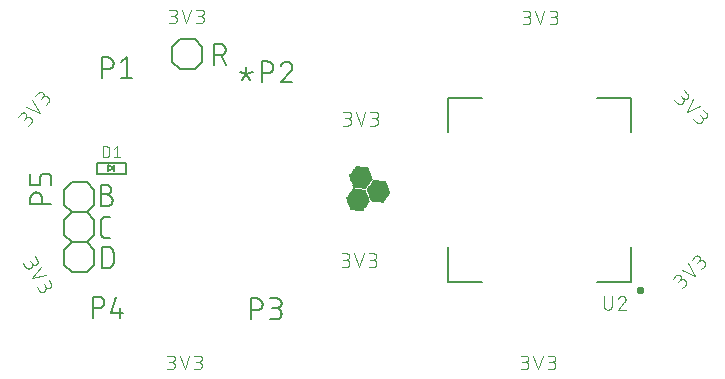
<source format=gbr>
G04 EAGLE Gerber RS-274X export*
G75*
%MOMM*%
%FSLAX34Y34*%
%LPD*%
%INSilkscreen Top*%
%IPPOS*%
%AMOC8*
5,1,8,0,0,1.08239X$1,22.5*%
G01*
%ADD10C,0.152400*%
%ADD11R,0.751331X0.014731*%
%ADD12R,0.883919X0.014731*%
%ADD13R,1.001775X0.014731*%
%ADD14R,1.119631X0.014731*%
%ADD15R,1.134363X0.014731*%
%ADD16R,1.149094X0.014731*%
%ADD17R,1.163825X0.014731*%
%ADD18R,1.178556X0.014731*%
%ADD19R,1.193288X0.014731*%
%ADD20R,1.222756X0.014731*%
%ADD21R,1.237488X0.014731*%
%ADD22R,1.266950X0.014731*%
%ADD23R,1.281681X0.014731*%
%ADD24R,1.311144X0.014731*%
%ADD25R,1.325881X0.014731*%
%ADD26R,1.355344X0.014731*%
%ADD27R,1.370075X0.014731*%
%ADD28R,1.384806X0.014731*%
%ADD29R,1.399538X0.014731*%
%ADD30R,1.414275X0.014731*%
%ADD31R,1.443738X0.014731*%
%ADD32R,1.458469X0.014731*%
%ADD33R,1.487931X0.014731*%
%ADD34R,1.502663X0.014731*%
%ADD35R,1.517394X0.014731*%
%ADD36R,1.532125X0.014731*%
%ADD37R,1.546856X0.014731*%
%ADD38R,1.576319X0.014731*%
%ADD39R,1.605788X0.014731*%
%ADD40R,1.620519X0.014731*%
%ADD41R,1.649981X0.014731*%
%ADD42R,1.664713X0.014731*%
%ADD43R,1.694175X0.014731*%
%ADD44R,1.708913X0.014731*%
%ADD45R,1.738375X0.014731*%
%ADD46R,1.753106X0.014731*%
%ADD47R,1.767838X0.014731*%
%ADD48R,1.782569X0.014731*%
%ADD49R,1.797306X0.014731*%
%ADD50R,0.117856X0.014731*%
%ADD51R,1.826769X0.014731*%
%ADD52R,0.235713X0.014731*%
%ADD53R,0.353569X0.014731*%
%ADD54R,1.856231X0.014731*%
%ADD55R,0.486156X0.014731*%
%ADD56R,1.870963X0.014731*%
%ADD57R,0.604013X0.014731*%
%ADD58R,0.721869X0.014731*%
%ADD59R,1.885694X0.014731*%
%ADD60R,0.839719X0.014731*%
%ADD61R,0.972306X0.014731*%
%ADD62R,1.090169X0.014731*%
%ADD63R,1.208025X0.014731*%
%ADD64R,1.252219X0.014731*%
%ADD65R,1.296412X0.014731*%
%ADD66R,1.340612X0.014731*%
%ADD67R,1.826763X0.014731*%
%ADD68R,1.414269X0.014731*%
%ADD69R,1.812031X0.014731*%
%ADD70R,1.429000X0.014731*%
%ADD71R,1.458462X0.014731*%
%ADD72R,1.473200X0.014731*%
%ADD73R,1.723644X0.014731*%
%ADD74R,1.694181X0.014731*%
%ADD75R,1.679450X0.014731*%
%ADD76R,1.561594X0.014731*%
%ADD77R,1.576325X0.014731*%
%ADD78R,1.591056X0.014731*%
%ADD79R,1.635250X0.014731*%
%ADD80R,1.561588X0.014731*%
%ADD81R,1.443731X0.014731*%
%ADD82R,1.797300X0.014731*%
%ADD83R,1.841500X0.014731*%
%ADD84R,1.311150X0.014731*%
%ADD85R,1.296419X0.014731*%
%ADD86R,1.193294X0.014731*%
%ADD87R,0.957575X0.014731*%
%ADD88R,0.589281X0.014731*%
%ADD89R,0.471425X0.014731*%
%ADD90R,0.220975X0.014731*%
%ADD91R,1.812038X0.014731*%
%ADD92R,0.103119X0.014731*%
%ADD93R,0.029463X0.014731*%
%ADD94R,0.162050X0.014731*%
%ADD95R,0.265175X0.014731*%
%ADD96R,0.397763X0.014731*%
%ADD97R,0.515619X0.014731*%
%ADD98R,0.648206X0.014731*%
%ADD99R,1.679444X0.014731*%
%ADD100R,1.016506X0.014731*%
%ADD101R,1.104900X0.014731*%
%ADD102R,1.222750X0.014731*%
%ADD103R,1.429006X0.014731*%
%ADD104R,1.208019X0.014731*%
%ADD105R,0.987044X0.014731*%
%ADD106R,0.854456X0.014731*%
%ADD107R,0.618744X0.014731*%
%ADD108R,0.500888X0.014731*%
%ADD109R,0.368300X0.014731*%
%ADD110R,0.132587X0.014731*%
%ADD111R,0.014731X0.014731*%
%ADD112R,1.664719X0.014731*%
%ADD113R,1.075438X0.014731*%
%ADD114R,0.942844X0.014731*%
%ADD115R,0.707131X0.014731*%
%ADD116R,0.456694X0.014731*%
%ADD117R,0.088388X0.014731*%
%ADD118C,0.101600*%
%ADD119C,0.127000*%
%ADD120C,0.406400*%
%ADD121C,0.076200*%


D10*
X-220694Y181737D02*
X-220694Y199517D01*
X-215755Y199517D01*
X-215615Y199515D01*
X-215476Y199509D01*
X-215336Y199499D01*
X-215197Y199485D01*
X-215058Y199468D01*
X-214920Y199446D01*
X-214783Y199420D01*
X-214646Y199391D01*
X-214510Y199358D01*
X-214376Y199321D01*
X-214242Y199280D01*
X-214110Y199235D01*
X-213978Y199186D01*
X-213849Y199134D01*
X-213721Y199079D01*
X-213594Y199019D01*
X-213469Y198956D01*
X-213346Y198890D01*
X-213225Y198820D01*
X-213106Y198747D01*
X-212989Y198670D01*
X-212875Y198590D01*
X-212762Y198507D01*
X-212652Y198421D01*
X-212545Y198331D01*
X-212440Y198239D01*
X-212338Y198144D01*
X-212238Y198046D01*
X-212141Y197945D01*
X-212047Y197841D01*
X-211957Y197735D01*
X-211869Y197626D01*
X-211784Y197515D01*
X-211703Y197401D01*
X-211624Y197286D01*
X-211549Y197168D01*
X-211478Y197048D01*
X-211410Y196925D01*
X-211345Y196802D01*
X-211284Y196676D01*
X-211226Y196548D01*
X-211172Y196420D01*
X-211122Y196289D01*
X-211075Y196157D01*
X-211032Y196024D01*
X-210993Y195890D01*
X-210958Y195755D01*
X-210927Y195619D01*
X-210899Y195481D01*
X-210876Y195344D01*
X-210856Y195205D01*
X-210840Y195066D01*
X-210828Y194927D01*
X-210820Y194788D01*
X-210816Y194648D01*
X-210816Y194508D01*
X-210820Y194368D01*
X-210828Y194229D01*
X-210840Y194090D01*
X-210856Y193951D01*
X-210876Y193812D01*
X-210899Y193675D01*
X-210927Y193537D01*
X-210958Y193401D01*
X-210993Y193266D01*
X-211032Y193132D01*
X-211075Y192999D01*
X-211122Y192867D01*
X-211172Y192736D01*
X-211226Y192608D01*
X-211284Y192480D01*
X-211345Y192354D01*
X-211410Y192231D01*
X-211478Y192109D01*
X-211549Y191988D01*
X-211624Y191870D01*
X-211703Y191755D01*
X-211784Y191641D01*
X-211869Y191530D01*
X-211957Y191421D01*
X-212047Y191315D01*
X-212141Y191211D01*
X-212238Y191110D01*
X-212338Y191012D01*
X-212440Y190917D01*
X-212545Y190825D01*
X-212652Y190735D01*
X-212762Y190649D01*
X-212875Y190566D01*
X-212989Y190486D01*
X-213106Y190409D01*
X-213225Y190336D01*
X-213346Y190266D01*
X-213469Y190200D01*
X-213594Y190137D01*
X-213721Y190077D01*
X-213849Y190022D01*
X-213978Y189970D01*
X-214110Y189921D01*
X-214242Y189876D01*
X-214376Y189835D01*
X-214510Y189798D01*
X-214646Y189765D01*
X-214783Y189736D01*
X-214920Y189710D01*
X-215058Y189688D01*
X-215197Y189671D01*
X-215336Y189657D01*
X-215476Y189647D01*
X-215615Y189641D01*
X-215755Y189639D01*
X-220694Y189639D01*
X-204699Y195566D02*
X-199760Y199517D01*
X-199760Y181737D01*
X-204699Y181737D02*
X-194821Y181737D01*
X-98498Y185222D02*
X-98498Y191149D01*
X-98498Y185222D02*
X-95040Y180777D01*
X-98498Y185222D02*
X-101955Y180777D01*
X-98498Y185222D02*
X-93065Y187198D01*
X-98498Y185222D02*
X-103930Y187198D01*
X-85372Y178308D02*
X-85372Y196088D01*
X-80433Y196088D01*
X-80293Y196086D01*
X-80154Y196080D01*
X-80014Y196070D01*
X-79875Y196056D01*
X-79736Y196039D01*
X-79598Y196017D01*
X-79461Y195991D01*
X-79324Y195962D01*
X-79188Y195929D01*
X-79054Y195892D01*
X-78920Y195851D01*
X-78788Y195806D01*
X-78656Y195757D01*
X-78527Y195705D01*
X-78399Y195650D01*
X-78272Y195590D01*
X-78147Y195527D01*
X-78024Y195461D01*
X-77903Y195391D01*
X-77784Y195318D01*
X-77667Y195241D01*
X-77553Y195161D01*
X-77440Y195078D01*
X-77330Y194992D01*
X-77223Y194902D01*
X-77118Y194810D01*
X-77016Y194715D01*
X-76916Y194617D01*
X-76819Y194516D01*
X-76725Y194412D01*
X-76635Y194306D01*
X-76547Y194197D01*
X-76462Y194086D01*
X-76381Y193972D01*
X-76302Y193857D01*
X-76227Y193739D01*
X-76156Y193619D01*
X-76088Y193496D01*
X-76023Y193373D01*
X-75962Y193247D01*
X-75904Y193119D01*
X-75850Y192991D01*
X-75800Y192860D01*
X-75753Y192728D01*
X-75710Y192595D01*
X-75671Y192461D01*
X-75636Y192326D01*
X-75605Y192190D01*
X-75577Y192052D01*
X-75554Y191915D01*
X-75534Y191776D01*
X-75518Y191637D01*
X-75506Y191498D01*
X-75498Y191359D01*
X-75494Y191219D01*
X-75494Y191079D01*
X-75498Y190939D01*
X-75506Y190800D01*
X-75518Y190661D01*
X-75534Y190522D01*
X-75554Y190383D01*
X-75577Y190246D01*
X-75605Y190108D01*
X-75636Y189972D01*
X-75671Y189837D01*
X-75710Y189703D01*
X-75753Y189570D01*
X-75800Y189438D01*
X-75850Y189307D01*
X-75904Y189179D01*
X-75962Y189051D01*
X-76023Y188925D01*
X-76088Y188802D01*
X-76156Y188680D01*
X-76227Y188559D01*
X-76302Y188441D01*
X-76381Y188326D01*
X-76462Y188212D01*
X-76547Y188101D01*
X-76635Y187992D01*
X-76725Y187886D01*
X-76819Y187782D01*
X-76916Y187681D01*
X-77016Y187583D01*
X-77118Y187488D01*
X-77223Y187396D01*
X-77330Y187306D01*
X-77440Y187220D01*
X-77553Y187137D01*
X-77667Y187057D01*
X-77784Y186980D01*
X-77903Y186907D01*
X-78024Y186837D01*
X-78147Y186771D01*
X-78272Y186708D01*
X-78399Y186648D01*
X-78527Y186593D01*
X-78656Y186541D01*
X-78788Y186492D01*
X-78920Y186447D01*
X-79054Y186406D01*
X-79188Y186369D01*
X-79324Y186336D01*
X-79461Y186307D01*
X-79598Y186281D01*
X-79736Y186259D01*
X-79875Y186242D01*
X-80014Y186228D01*
X-80154Y186218D01*
X-80293Y186212D01*
X-80433Y186210D01*
X-85372Y186210D01*
X-63945Y196088D02*
X-63813Y196086D01*
X-63682Y196080D01*
X-63550Y196070D01*
X-63419Y196057D01*
X-63289Y196039D01*
X-63159Y196018D01*
X-63029Y195993D01*
X-62901Y195964D01*
X-62773Y195931D01*
X-62647Y195894D01*
X-62521Y195854D01*
X-62397Y195810D01*
X-62274Y195762D01*
X-62153Y195711D01*
X-62033Y195656D01*
X-61915Y195598D01*
X-61799Y195536D01*
X-61685Y195470D01*
X-61572Y195402D01*
X-61462Y195330D01*
X-61354Y195255D01*
X-61248Y195176D01*
X-61144Y195095D01*
X-61043Y195010D01*
X-60945Y194923D01*
X-60849Y194832D01*
X-60756Y194739D01*
X-60665Y194643D01*
X-60578Y194545D01*
X-60493Y194444D01*
X-60412Y194340D01*
X-60333Y194234D01*
X-60258Y194126D01*
X-60186Y194016D01*
X-60118Y193903D01*
X-60052Y193789D01*
X-59990Y193673D01*
X-59932Y193555D01*
X-59877Y193435D01*
X-59826Y193314D01*
X-59778Y193191D01*
X-59734Y193067D01*
X-59694Y192941D01*
X-59657Y192815D01*
X-59624Y192687D01*
X-59595Y192559D01*
X-59570Y192429D01*
X-59549Y192299D01*
X-59531Y192169D01*
X-59518Y192038D01*
X-59508Y191906D01*
X-59502Y191775D01*
X-59500Y191643D01*
X-63945Y196088D02*
X-64095Y196086D01*
X-64244Y196080D01*
X-64393Y196070D01*
X-64542Y196057D01*
X-64691Y196039D01*
X-64839Y196018D01*
X-64987Y195992D01*
X-65133Y195963D01*
X-65279Y195930D01*
X-65424Y195893D01*
X-65568Y195852D01*
X-65711Y195808D01*
X-65853Y195760D01*
X-65993Y195708D01*
X-66132Y195653D01*
X-66270Y195594D01*
X-66405Y195531D01*
X-66540Y195465D01*
X-66672Y195395D01*
X-66802Y195322D01*
X-66931Y195245D01*
X-67058Y195165D01*
X-67182Y195082D01*
X-67304Y194996D01*
X-67424Y194906D01*
X-67541Y194813D01*
X-67656Y194718D01*
X-67769Y194619D01*
X-67879Y194517D01*
X-67986Y194413D01*
X-68090Y194306D01*
X-68192Y194196D01*
X-68290Y194083D01*
X-68386Y193968D01*
X-68478Y193850D01*
X-68568Y193730D01*
X-68654Y193608D01*
X-68737Y193484D01*
X-68817Y193357D01*
X-68893Y193229D01*
X-68966Y193098D01*
X-69036Y192965D01*
X-69102Y192831D01*
X-69164Y192695D01*
X-69223Y192558D01*
X-69279Y192419D01*
X-69330Y192278D01*
X-69378Y192137D01*
X-60982Y188186D02*
X-60886Y188279D01*
X-60794Y188375D01*
X-60704Y188474D01*
X-60617Y188575D01*
X-60533Y188678D01*
X-60451Y188783D01*
X-60373Y188891D01*
X-60298Y189001D01*
X-60225Y189113D01*
X-60156Y189227D01*
X-60090Y189343D01*
X-60028Y189461D01*
X-59969Y189580D01*
X-59913Y189701D01*
X-59860Y189824D01*
X-59811Y189948D01*
X-59766Y190073D01*
X-59723Y190200D01*
X-59685Y190327D01*
X-59650Y190456D01*
X-59619Y190585D01*
X-59591Y190716D01*
X-59567Y190847D01*
X-59546Y190979D01*
X-59530Y191111D01*
X-59517Y191244D01*
X-59507Y191377D01*
X-59502Y191510D01*
X-59500Y191643D01*
X-60981Y188186D02*
X-69377Y178308D01*
X-59500Y178308D01*
X-263493Y75375D02*
X-281273Y75375D01*
X-281273Y80313D01*
X-281271Y80453D01*
X-281265Y80592D01*
X-281255Y80732D01*
X-281241Y80871D01*
X-281224Y81010D01*
X-281202Y81148D01*
X-281176Y81285D01*
X-281147Y81422D01*
X-281114Y81558D01*
X-281077Y81692D01*
X-281036Y81826D01*
X-280991Y81958D01*
X-280942Y82090D01*
X-280890Y82219D01*
X-280835Y82347D01*
X-280775Y82474D01*
X-280712Y82599D01*
X-280646Y82722D01*
X-280576Y82843D01*
X-280503Y82962D01*
X-280426Y83079D01*
X-280346Y83193D01*
X-280263Y83306D01*
X-280177Y83416D01*
X-280087Y83523D01*
X-279995Y83628D01*
X-279900Y83730D01*
X-279802Y83830D01*
X-279701Y83927D01*
X-279597Y84021D01*
X-279491Y84111D01*
X-279382Y84199D01*
X-279271Y84284D01*
X-279157Y84365D01*
X-279042Y84444D01*
X-278924Y84519D01*
X-278804Y84590D01*
X-278681Y84658D01*
X-278558Y84723D01*
X-278432Y84784D01*
X-278304Y84842D01*
X-278176Y84896D01*
X-278045Y84946D01*
X-277913Y84993D01*
X-277780Y85036D01*
X-277646Y85075D01*
X-277511Y85110D01*
X-277375Y85141D01*
X-277237Y85169D01*
X-277100Y85192D01*
X-276961Y85212D01*
X-276822Y85228D01*
X-276683Y85240D01*
X-276544Y85248D01*
X-276404Y85252D01*
X-276264Y85252D01*
X-276124Y85248D01*
X-275985Y85240D01*
X-275846Y85228D01*
X-275707Y85212D01*
X-275568Y85192D01*
X-275431Y85169D01*
X-275293Y85141D01*
X-275157Y85110D01*
X-275022Y85075D01*
X-274888Y85036D01*
X-274755Y84993D01*
X-274623Y84946D01*
X-274492Y84896D01*
X-274364Y84842D01*
X-274236Y84784D01*
X-274110Y84723D01*
X-273987Y84658D01*
X-273865Y84590D01*
X-273744Y84519D01*
X-273626Y84444D01*
X-273511Y84365D01*
X-273397Y84284D01*
X-273286Y84199D01*
X-273177Y84111D01*
X-273071Y84021D01*
X-272967Y83927D01*
X-272866Y83830D01*
X-272768Y83730D01*
X-272673Y83628D01*
X-272581Y83523D01*
X-272491Y83416D01*
X-272405Y83306D01*
X-272322Y83193D01*
X-272242Y83079D01*
X-272165Y82962D01*
X-272092Y82843D01*
X-272022Y82722D01*
X-271956Y82599D01*
X-271893Y82474D01*
X-271833Y82347D01*
X-271778Y82219D01*
X-271726Y82090D01*
X-271677Y81958D01*
X-271632Y81826D01*
X-271591Y81692D01*
X-271554Y81558D01*
X-271521Y81422D01*
X-271492Y81285D01*
X-271466Y81148D01*
X-271444Y81010D01*
X-271427Y80871D01*
X-271413Y80732D01*
X-271403Y80592D01*
X-271397Y80453D01*
X-271395Y80313D01*
X-271395Y75375D01*
X-263493Y91370D02*
X-263493Y97296D01*
X-263495Y97420D01*
X-263501Y97544D01*
X-263511Y97668D01*
X-263524Y97791D01*
X-263542Y97914D01*
X-263563Y98036D01*
X-263588Y98158D01*
X-263617Y98279D01*
X-263650Y98398D01*
X-263686Y98517D01*
X-263727Y98634D01*
X-263770Y98750D01*
X-263818Y98865D01*
X-263869Y98978D01*
X-263924Y99090D01*
X-263982Y99199D01*
X-264043Y99307D01*
X-264108Y99413D01*
X-264176Y99517D01*
X-264248Y99618D01*
X-264322Y99718D01*
X-264400Y99814D01*
X-264480Y99909D01*
X-264564Y100001D01*
X-264650Y100090D01*
X-264739Y100176D01*
X-264831Y100260D01*
X-264926Y100340D01*
X-265022Y100418D01*
X-265122Y100492D01*
X-265223Y100564D01*
X-265327Y100632D01*
X-265433Y100697D01*
X-265541Y100758D01*
X-265650Y100816D01*
X-265762Y100871D01*
X-265875Y100922D01*
X-265990Y100970D01*
X-266106Y101013D01*
X-266223Y101054D01*
X-266342Y101090D01*
X-266461Y101123D01*
X-266582Y101152D01*
X-266704Y101177D01*
X-266826Y101198D01*
X-266949Y101216D01*
X-267072Y101229D01*
X-267196Y101239D01*
X-267320Y101245D01*
X-267444Y101247D01*
X-269420Y101247D01*
X-269544Y101245D01*
X-269668Y101239D01*
X-269792Y101229D01*
X-269915Y101216D01*
X-270038Y101198D01*
X-270160Y101177D01*
X-270282Y101152D01*
X-270403Y101123D01*
X-270522Y101090D01*
X-270641Y101054D01*
X-270758Y101013D01*
X-270874Y100970D01*
X-270989Y100922D01*
X-271102Y100871D01*
X-271214Y100816D01*
X-271323Y100758D01*
X-271431Y100697D01*
X-271537Y100632D01*
X-271641Y100564D01*
X-271742Y100492D01*
X-271842Y100418D01*
X-271938Y100340D01*
X-272033Y100260D01*
X-272125Y100176D01*
X-272214Y100090D01*
X-272300Y100001D01*
X-272384Y99909D01*
X-272464Y99814D01*
X-272542Y99718D01*
X-272616Y99618D01*
X-272688Y99517D01*
X-272756Y99413D01*
X-272821Y99307D01*
X-272882Y99199D01*
X-272940Y99090D01*
X-272995Y98978D01*
X-273046Y98865D01*
X-273094Y98750D01*
X-273137Y98634D01*
X-273178Y98517D01*
X-273214Y98398D01*
X-273247Y98279D01*
X-273276Y98158D01*
X-273301Y98036D01*
X-273322Y97914D01*
X-273340Y97791D01*
X-273353Y97668D01*
X-273363Y97544D01*
X-273369Y97420D01*
X-273371Y97296D01*
X-273371Y91370D01*
X-281273Y91370D01*
X-281273Y101247D01*
X-228632Y-2889D02*
X-228632Y-20669D01*
X-228632Y-2889D02*
X-223693Y-2889D01*
X-223553Y-2891D01*
X-223414Y-2897D01*
X-223274Y-2907D01*
X-223135Y-2921D01*
X-222996Y-2938D01*
X-222858Y-2960D01*
X-222721Y-2986D01*
X-222584Y-3015D01*
X-222448Y-3048D01*
X-222314Y-3085D01*
X-222180Y-3126D01*
X-222048Y-3171D01*
X-221916Y-3220D01*
X-221787Y-3272D01*
X-221659Y-3327D01*
X-221532Y-3387D01*
X-221407Y-3450D01*
X-221284Y-3516D01*
X-221163Y-3586D01*
X-221044Y-3659D01*
X-220927Y-3736D01*
X-220813Y-3816D01*
X-220700Y-3899D01*
X-220590Y-3985D01*
X-220483Y-4075D01*
X-220378Y-4167D01*
X-220276Y-4262D01*
X-220176Y-4360D01*
X-220079Y-4461D01*
X-219985Y-4565D01*
X-219895Y-4671D01*
X-219807Y-4780D01*
X-219722Y-4891D01*
X-219641Y-5005D01*
X-219562Y-5120D01*
X-219487Y-5238D01*
X-219416Y-5358D01*
X-219348Y-5481D01*
X-219283Y-5604D01*
X-219222Y-5730D01*
X-219164Y-5858D01*
X-219110Y-5986D01*
X-219060Y-6117D01*
X-219013Y-6249D01*
X-218970Y-6382D01*
X-218931Y-6516D01*
X-218896Y-6651D01*
X-218865Y-6787D01*
X-218837Y-6925D01*
X-218814Y-7062D01*
X-218794Y-7201D01*
X-218778Y-7340D01*
X-218766Y-7479D01*
X-218758Y-7618D01*
X-218754Y-7758D01*
X-218754Y-7898D01*
X-218758Y-8038D01*
X-218766Y-8177D01*
X-218778Y-8316D01*
X-218794Y-8455D01*
X-218814Y-8594D01*
X-218837Y-8731D01*
X-218865Y-8869D01*
X-218896Y-9005D01*
X-218931Y-9140D01*
X-218970Y-9274D01*
X-219013Y-9407D01*
X-219060Y-9539D01*
X-219110Y-9670D01*
X-219164Y-9798D01*
X-219222Y-9926D01*
X-219283Y-10052D01*
X-219348Y-10175D01*
X-219416Y-10297D01*
X-219487Y-10418D01*
X-219562Y-10536D01*
X-219641Y-10651D01*
X-219722Y-10765D01*
X-219807Y-10876D01*
X-219895Y-10985D01*
X-219985Y-11091D01*
X-220079Y-11195D01*
X-220176Y-11296D01*
X-220276Y-11394D01*
X-220378Y-11489D01*
X-220483Y-11581D01*
X-220590Y-11671D01*
X-220700Y-11757D01*
X-220813Y-11840D01*
X-220927Y-11920D01*
X-221044Y-11997D01*
X-221163Y-12070D01*
X-221284Y-12140D01*
X-221407Y-12206D01*
X-221532Y-12269D01*
X-221659Y-12329D01*
X-221787Y-12384D01*
X-221916Y-12436D01*
X-222048Y-12485D01*
X-222180Y-12530D01*
X-222314Y-12571D01*
X-222448Y-12608D01*
X-222584Y-12641D01*
X-222721Y-12670D01*
X-222858Y-12696D01*
X-222996Y-12718D01*
X-223135Y-12735D01*
X-223274Y-12749D01*
X-223414Y-12759D01*
X-223553Y-12765D01*
X-223693Y-12767D01*
X-228632Y-12767D01*
X-212637Y-16718D02*
X-208686Y-2889D01*
X-212637Y-16718D02*
X-202759Y-16718D01*
X-205722Y-12767D02*
X-205722Y-20669D01*
X-94488Y-22257D02*
X-94488Y-4477D01*
X-89549Y-4477D01*
X-89409Y-4479D01*
X-89270Y-4485D01*
X-89130Y-4495D01*
X-88991Y-4509D01*
X-88852Y-4526D01*
X-88714Y-4548D01*
X-88577Y-4574D01*
X-88440Y-4603D01*
X-88304Y-4636D01*
X-88170Y-4673D01*
X-88036Y-4714D01*
X-87904Y-4759D01*
X-87772Y-4808D01*
X-87643Y-4860D01*
X-87515Y-4915D01*
X-87388Y-4975D01*
X-87263Y-5038D01*
X-87140Y-5104D01*
X-87019Y-5174D01*
X-86900Y-5247D01*
X-86783Y-5324D01*
X-86669Y-5404D01*
X-86556Y-5487D01*
X-86446Y-5573D01*
X-86339Y-5663D01*
X-86234Y-5755D01*
X-86132Y-5850D01*
X-86032Y-5948D01*
X-85935Y-6049D01*
X-85841Y-6153D01*
X-85751Y-6259D01*
X-85663Y-6368D01*
X-85578Y-6479D01*
X-85497Y-6593D01*
X-85418Y-6708D01*
X-85343Y-6826D01*
X-85272Y-6946D01*
X-85204Y-7069D01*
X-85139Y-7192D01*
X-85078Y-7318D01*
X-85020Y-7446D01*
X-84966Y-7574D01*
X-84916Y-7705D01*
X-84869Y-7837D01*
X-84826Y-7970D01*
X-84787Y-8104D01*
X-84752Y-8239D01*
X-84721Y-8375D01*
X-84693Y-8513D01*
X-84670Y-8650D01*
X-84650Y-8789D01*
X-84634Y-8928D01*
X-84622Y-9067D01*
X-84614Y-9206D01*
X-84610Y-9346D01*
X-84610Y-9486D01*
X-84614Y-9626D01*
X-84622Y-9765D01*
X-84634Y-9904D01*
X-84650Y-10043D01*
X-84670Y-10182D01*
X-84693Y-10319D01*
X-84721Y-10457D01*
X-84752Y-10593D01*
X-84787Y-10728D01*
X-84826Y-10862D01*
X-84869Y-10995D01*
X-84916Y-11127D01*
X-84966Y-11258D01*
X-85020Y-11386D01*
X-85078Y-11514D01*
X-85139Y-11640D01*
X-85204Y-11763D01*
X-85272Y-11885D01*
X-85343Y-12006D01*
X-85418Y-12124D01*
X-85497Y-12239D01*
X-85578Y-12353D01*
X-85663Y-12464D01*
X-85751Y-12573D01*
X-85841Y-12679D01*
X-85935Y-12783D01*
X-86032Y-12884D01*
X-86132Y-12982D01*
X-86234Y-13077D01*
X-86339Y-13169D01*
X-86446Y-13259D01*
X-86556Y-13345D01*
X-86669Y-13428D01*
X-86783Y-13508D01*
X-86900Y-13585D01*
X-87019Y-13658D01*
X-87140Y-13728D01*
X-87263Y-13794D01*
X-87388Y-13857D01*
X-87515Y-13917D01*
X-87643Y-13972D01*
X-87772Y-14024D01*
X-87904Y-14073D01*
X-88036Y-14118D01*
X-88170Y-14159D01*
X-88304Y-14196D01*
X-88440Y-14229D01*
X-88577Y-14258D01*
X-88714Y-14284D01*
X-88852Y-14306D01*
X-88991Y-14323D01*
X-89130Y-14337D01*
X-89270Y-14347D01*
X-89409Y-14353D01*
X-89549Y-14355D01*
X-94488Y-14355D01*
X-78493Y-22257D02*
X-73554Y-22257D01*
X-73414Y-22255D01*
X-73275Y-22249D01*
X-73135Y-22239D01*
X-72996Y-22225D01*
X-72857Y-22208D01*
X-72719Y-22186D01*
X-72582Y-22160D01*
X-72445Y-22131D01*
X-72309Y-22098D01*
X-72175Y-22061D01*
X-72041Y-22020D01*
X-71909Y-21975D01*
X-71777Y-21926D01*
X-71648Y-21874D01*
X-71520Y-21819D01*
X-71393Y-21759D01*
X-71268Y-21696D01*
X-71145Y-21630D01*
X-71024Y-21560D01*
X-70905Y-21487D01*
X-70788Y-21410D01*
X-70674Y-21330D01*
X-70561Y-21247D01*
X-70451Y-21161D01*
X-70344Y-21071D01*
X-70239Y-20979D01*
X-70137Y-20884D01*
X-70037Y-20786D01*
X-69940Y-20685D01*
X-69846Y-20581D01*
X-69756Y-20475D01*
X-69668Y-20366D01*
X-69583Y-20255D01*
X-69502Y-20141D01*
X-69423Y-20026D01*
X-69348Y-19908D01*
X-69277Y-19787D01*
X-69209Y-19665D01*
X-69144Y-19542D01*
X-69083Y-19416D01*
X-69025Y-19288D01*
X-68971Y-19160D01*
X-68921Y-19029D01*
X-68874Y-18897D01*
X-68831Y-18764D01*
X-68792Y-18630D01*
X-68757Y-18495D01*
X-68726Y-18359D01*
X-68698Y-18221D01*
X-68675Y-18084D01*
X-68655Y-17945D01*
X-68639Y-17806D01*
X-68627Y-17667D01*
X-68619Y-17528D01*
X-68615Y-17388D01*
X-68615Y-17248D01*
X-68619Y-17108D01*
X-68627Y-16969D01*
X-68639Y-16830D01*
X-68655Y-16691D01*
X-68675Y-16552D01*
X-68698Y-16415D01*
X-68726Y-16277D01*
X-68757Y-16141D01*
X-68792Y-16006D01*
X-68831Y-15872D01*
X-68874Y-15739D01*
X-68921Y-15607D01*
X-68971Y-15476D01*
X-69025Y-15348D01*
X-69083Y-15220D01*
X-69144Y-15094D01*
X-69209Y-14971D01*
X-69277Y-14848D01*
X-69348Y-14728D01*
X-69423Y-14610D01*
X-69502Y-14495D01*
X-69583Y-14381D01*
X-69668Y-14270D01*
X-69756Y-14161D01*
X-69846Y-14055D01*
X-69940Y-13951D01*
X-70037Y-13850D01*
X-70137Y-13752D01*
X-70239Y-13657D01*
X-70344Y-13565D01*
X-70451Y-13475D01*
X-70561Y-13389D01*
X-70674Y-13306D01*
X-70788Y-13226D01*
X-70905Y-13149D01*
X-71024Y-13076D01*
X-71145Y-13006D01*
X-71268Y-12940D01*
X-71393Y-12877D01*
X-71520Y-12817D01*
X-71648Y-12762D01*
X-71777Y-12710D01*
X-71909Y-12661D01*
X-72041Y-12616D01*
X-72175Y-12575D01*
X-72309Y-12538D01*
X-72445Y-12505D01*
X-72582Y-12476D01*
X-72719Y-12450D01*
X-72857Y-12428D01*
X-72996Y-12411D01*
X-73135Y-12397D01*
X-73275Y-12387D01*
X-73414Y-12381D01*
X-73554Y-12379D01*
X-72566Y-4477D02*
X-78493Y-4477D01*
X-72566Y-4477D02*
X-72442Y-4479D01*
X-72318Y-4485D01*
X-72194Y-4495D01*
X-72071Y-4508D01*
X-71948Y-4526D01*
X-71826Y-4547D01*
X-71704Y-4572D01*
X-71583Y-4601D01*
X-71464Y-4634D01*
X-71345Y-4670D01*
X-71228Y-4711D01*
X-71112Y-4754D01*
X-70997Y-4802D01*
X-70884Y-4853D01*
X-70772Y-4908D01*
X-70663Y-4966D01*
X-70555Y-5027D01*
X-70449Y-5092D01*
X-70345Y-5160D01*
X-70244Y-5232D01*
X-70144Y-5306D01*
X-70048Y-5384D01*
X-69953Y-5464D01*
X-69861Y-5548D01*
X-69772Y-5634D01*
X-69686Y-5723D01*
X-69602Y-5815D01*
X-69522Y-5910D01*
X-69444Y-6006D01*
X-69370Y-6106D01*
X-69298Y-6207D01*
X-69230Y-6311D01*
X-69165Y-6417D01*
X-69104Y-6525D01*
X-69046Y-6634D01*
X-68991Y-6746D01*
X-68940Y-6859D01*
X-68892Y-6974D01*
X-68849Y-7090D01*
X-68808Y-7207D01*
X-68772Y-7326D01*
X-68739Y-7445D01*
X-68710Y-7566D01*
X-68685Y-7688D01*
X-68664Y-7810D01*
X-68646Y-7933D01*
X-68633Y-8056D01*
X-68623Y-8180D01*
X-68617Y-8304D01*
X-68615Y-8428D01*
X-68617Y-8552D01*
X-68623Y-8676D01*
X-68633Y-8800D01*
X-68646Y-8923D01*
X-68664Y-9046D01*
X-68685Y-9168D01*
X-68710Y-9290D01*
X-68739Y-9411D01*
X-68772Y-9530D01*
X-68808Y-9649D01*
X-68849Y-9766D01*
X-68892Y-9882D01*
X-68940Y-9997D01*
X-68991Y-10110D01*
X-69046Y-10222D01*
X-69104Y-10331D01*
X-69165Y-10439D01*
X-69230Y-10545D01*
X-69298Y-10649D01*
X-69370Y-10750D01*
X-69444Y-10850D01*
X-69522Y-10946D01*
X-69602Y-11041D01*
X-69686Y-11133D01*
X-69772Y-11222D01*
X-69861Y-11308D01*
X-69953Y-11392D01*
X-70048Y-11472D01*
X-70144Y-11550D01*
X-70244Y-11624D01*
X-70345Y-11696D01*
X-70449Y-11764D01*
X-70555Y-11829D01*
X-70663Y-11890D01*
X-70772Y-11948D01*
X-70884Y-12003D01*
X-70997Y-12054D01*
X-71112Y-12102D01*
X-71228Y-12145D01*
X-71345Y-12186D01*
X-71464Y-12222D01*
X-71583Y-12255D01*
X-71704Y-12284D01*
X-71826Y-12309D01*
X-71948Y-12330D01*
X-72071Y-12348D01*
X-72194Y-12361D01*
X-72318Y-12371D01*
X-72442Y-12377D01*
X-72566Y-12379D01*
X-76517Y-12379D01*
D11*
X-3103Y70015D03*
D12*
X-3618Y70162D03*
D13*
X-4060Y70310D03*
D14*
X-4502Y70457D03*
D15*
X-4576Y70604D03*
D16*
X-4502Y70752D03*
D17*
X-4429Y70899D03*
D18*
X-4502Y71046D03*
D19*
X-4429Y71194D03*
D20*
X-4429Y71341D03*
D21*
X-4355Y71488D03*
X-4355Y71636D03*
D22*
X-4355Y71783D03*
D23*
X-4281Y71930D03*
D24*
X-4281Y72078D03*
X-4281Y72225D03*
D25*
X-4208Y72372D03*
D26*
X-4208Y72520D03*
D27*
X-4134Y72667D03*
D28*
X-4208Y72814D03*
D29*
X-4134Y72962D03*
D30*
X-4060Y73109D03*
D31*
X-4060Y73256D03*
X-4060Y73403D03*
D32*
X-3987Y73551D03*
D33*
X-3987Y73698D03*
D34*
X-3913Y73845D03*
D35*
X-3987Y73993D03*
D36*
X-3913Y74140D03*
D37*
X-3839Y74287D03*
D38*
X-3839Y74435D03*
X-3839Y74582D03*
D39*
X-3839Y74729D03*
D40*
X-3766Y74877D03*
X-3766Y75024D03*
D41*
X-3766Y75171D03*
D42*
X-3692Y75319D03*
D43*
X-3692Y75466D03*
X-3692Y75613D03*
D44*
X-3618Y75761D03*
D45*
X-3618Y75908D03*
D46*
X-3545Y76055D03*
D47*
X-3618Y76203D03*
D48*
X-3545Y76350D03*
D49*
X-3471Y76497D03*
D50*
X17007Y76497D03*
D51*
X-3471Y76645D03*
D52*
X16417Y76645D03*
D51*
X-3471Y76792D03*
D53*
X15975Y76792D03*
D54*
X-3471Y76939D03*
D55*
X15460Y76939D03*
D56*
X-3397Y77086D03*
D57*
X15018Y77086D03*
D56*
X-3397Y77234D03*
D58*
X14428Y77234D03*
D59*
X-3471Y77381D03*
D60*
X13987Y77381D03*
D59*
X-3471Y77528D03*
D61*
X13471Y77528D03*
D56*
X-3545Y77676D03*
D62*
X13029Y77676D03*
D59*
X-3618Y77823D03*
D14*
X12882Y77823D03*
D59*
X-3618Y77970D03*
D16*
X12882Y77970D03*
D59*
X-3766Y78118D03*
D17*
X12955Y78118D03*
D59*
X-3766Y78265D03*
D18*
X13029Y78265D03*
D56*
X-3839Y78412D03*
D19*
X12955Y78412D03*
D59*
X-3913Y78560D03*
D63*
X13029Y78560D03*
D59*
X-3913Y78707D03*
D21*
X13029Y78707D03*
D59*
X-4060Y78854D03*
D64*
X13103Y78854D03*
D59*
X-4060Y79002D03*
D64*
X13103Y79002D03*
D56*
X-4134Y79149D03*
D23*
X13103Y79149D03*
D59*
X-4208Y79296D03*
D65*
X13176Y79296D03*
D59*
X-4208Y79444D03*
D25*
X13176Y79444D03*
D59*
X-4355Y79591D03*
D25*
X13176Y79591D03*
D59*
X-4355Y79738D03*
D66*
X13250Y79738D03*
D56*
X-4429Y79886D03*
D27*
X13250Y79886D03*
D54*
X-4355Y80033D03*
D28*
X13324Y80033D03*
D54*
X-4355Y80180D03*
D29*
X13250Y80180D03*
D67*
X-4355Y80328D03*
D68*
X13324Y80328D03*
D69*
X-4281Y80475D03*
D70*
X13397Y80475D03*
D48*
X-4281Y80622D03*
D71*
X13397Y80622D03*
D48*
X-4281Y80769D03*
D71*
X13397Y80769D03*
D47*
X-4208Y80917D03*
D72*
X13471Y80917D03*
D45*
X-4208Y81064D03*
D34*
X13471Y81064D03*
D73*
X-4134Y81211D03*
D34*
X13471Y81211D03*
D44*
X-4208Y81359D03*
D36*
X13471Y81359D03*
D74*
X-4134Y81506D03*
D37*
X13545Y81506D03*
D75*
X-4060Y81653D03*
D76*
X13618Y81653D03*
D41*
X-4060Y81801D03*
D77*
X13545Y81801D03*
D41*
X-4060Y81948D03*
D78*
X13618Y81948D03*
D79*
X-3987Y82095D03*
D40*
X13618Y82095D03*
D39*
X-3987Y82243D03*
D79*
X13692Y82243D03*
D39*
X-3987Y82390D03*
D79*
X13692Y82390D03*
D77*
X-3987Y82537D03*
D42*
X13692Y82537D03*
D80*
X-3913Y82685D03*
D75*
X13766Y82685D03*
D37*
X-3839Y82832D03*
D44*
X13766Y82832D03*
D36*
X-3913Y82979D03*
D44*
X13766Y82979D03*
D35*
X-3839Y83127D03*
D73*
X13839Y83127D03*
D33*
X-3839Y83274D03*
D46*
X13839Y83274D03*
D72*
X-3766Y83421D03*
D47*
X13913Y83421D03*
D72*
X-3766Y83569D03*
D48*
X13839Y83569D03*
D81*
X-3766Y83716D03*
D82*
X13913Y83716D03*
D70*
X-3692Y83863D03*
D69*
X13987Y83863D03*
D29*
X-3692Y84011D03*
D83*
X13987Y84011D03*
D29*
X-3692Y84158D03*
D83*
X13987Y84158D03*
D28*
X-3618Y84305D03*
D56*
X13987Y84305D03*
D26*
X-3618Y84452D03*
D59*
X14060Y84452D03*
D66*
X-3545Y84600D03*
D56*
X13987Y84600D03*
D25*
X-3618Y84747D03*
D59*
X13913Y84747D03*
D84*
X-3545Y84894D03*
D59*
X13913Y84894D03*
D85*
X-3471Y85042D03*
D56*
X13839Y85042D03*
D22*
X-3471Y85189D03*
D59*
X13766Y85189D03*
D22*
X-3471Y85336D03*
D59*
X13766Y85336D03*
D64*
X-3397Y85484D03*
D59*
X13618Y85484D03*
D20*
X-3397Y85631D03*
D59*
X13618Y85631D03*
D63*
X-3324Y85778D03*
D56*
X13545Y85778D03*
D86*
X-3397Y85926D03*
D59*
X13471Y85926D03*
D18*
X-3324Y86073D03*
D59*
X13471Y86073D03*
D17*
X-3250Y86220D03*
D59*
X13324Y86220D03*
D16*
X-3324Y86368D03*
D59*
X13324Y86368D03*
D15*
X-3250Y86515D03*
D56*
X13250Y86515D03*
D62*
X-3324Y86662D03*
D59*
X13176Y86662D03*
D87*
X-3839Y86810D03*
D59*
X13176Y86810D03*
D60*
X-4429Y86957D03*
D59*
X13029Y86957D03*
D58*
X-4870Y87104D03*
D59*
X13029Y87104D03*
D88*
X-5386Y87252D03*
D54*
X13029Y87252D03*
D89*
X-5828Y87399D03*
D83*
X13103Y87399D03*
D53*
X-6417Y87546D03*
D83*
X13103Y87546D03*
D90*
X-6933Y87694D03*
D91*
X13103Y87694D03*
D92*
X-7375Y87841D03*
D49*
X13176Y87841D03*
D93*
X2422Y87988D03*
D48*
X13103Y87988D03*
D94*
X1906Y88135D03*
D47*
X13176Y88135D03*
D95*
X1391Y88283D03*
D46*
X13250Y88283D03*
D96*
X875Y88430D03*
D73*
X13250Y88430D03*
D97*
X433Y88577D03*
D73*
X13250Y88577D03*
D98*
X-83Y88725D03*
D74*
X13250Y88725D03*
D11*
X-598Y88872D03*
D99*
X13324Y88872D03*
D12*
X-1114Y89019D03*
D42*
X13397Y89019D03*
D100*
X-1629Y89167D03*
D41*
X13324Y89167D03*
D101*
X-2071Y89314D03*
D79*
X13397Y89314D03*
D15*
X-2071Y89461D03*
D40*
X13471Y89461D03*
D16*
X-1998Y89609D03*
D78*
X13471Y89609D03*
D17*
X-1924Y89756D03*
D78*
X13471Y89756D03*
D18*
X-1998Y89903D03*
D80*
X13471Y89903D03*
D19*
X-1924Y90051D03*
D37*
X13545Y90051D03*
D102*
X-1924Y90198D03*
D36*
X13618Y90198D03*
D21*
X-1850Y90345D03*
D35*
X13545Y90345D03*
D21*
X-1850Y90493D03*
D34*
X13618Y90493D03*
D22*
X-1850Y90640D03*
D72*
X13618Y90640D03*
D23*
X-1777Y90787D03*
D32*
X13692Y90787D03*
D24*
X-1777Y90935D03*
D32*
X13692Y90935D03*
D24*
X-1777Y91082D03*
D103*
X13775Y91084D03*
D25*
X-1703Y91229D03*
D68*
X13766Y91229D03*
D26*
X-1703Y91377D03*
D28*
X13766Y91377D03*
D27*
X-1629Y91524D03*
D28*
X13766Y91524D03*
X-1703Y91671D03*
D27*
X13839Y91671D03*
D29*
X-1629Y91818D03*
D66*
X13839Y91818D03*
D68*
X-1556Y91966D03*
D66*
X13839Y91966D03*
D31*
X-1556Y92113D03*
D84*
X13839Y92113D03*
D31*
X-1556Y92260D03*
D65*
X13913Y92260D03*
D72*
X-1556Y92408D03*
D23*
X13987Y92408D03*
D33*
X-1482Y92555D03*
D22*
X13913Y92555D03*
D34*
X-1408Y92702D03*
D64*
X13987Y92702D03*
D35*
X-1482Y92850D03*
D20*
X13987Y92850D03*
D36*
X-1408Y92997D03*
D104*
X14060Y92997D03*
D80*
X-1408Y93144D03*
D104*
X14060Y93144D03*
D38*
X-1335Y93292D03*
D18*
X14060Y93292D03*
D38*
X-1335Y93439D03*
D17*
X14134Y93439D03*
D39*
X-1335Y93586D03*
D16*
X14207Y93586D03*
D40*
X-1261Y93734D03*
D15*
X14134Y93734D03*
D40*
X-1261Y93881D03*
D101*
X14134Y93881D03*
D41*
X-1261Y94028D03*
D105*
X13692Y94028D03*
D42*
X-1187Y94176D03*
D106*
X13176Y94176D03*
D43*
X-1187Y94323D03*
D11*
X12661Y94323D03*
D43*
X-1187Y94470D03*
D107*
X12145Y94470D03*
D44*
X-1114Y94618D03*
D108*
X11703Y94618D03*
D45*
X-1114Y94765D03*
D109*
X11187Y94765D03*
D46*
X-1040Y94912D03*
D95*
X10672Y94912D03*
D47*
X-1114Y95060D03*
D110*
X10156Y95060D03*
D48*
X-1040Y95207D03*
D111*
X9714Y95207D03*
D49*
X-966Y95354D03*
D51*
X-966Y95501D03*
X-966Y95649D03*
D54*
X-966Y95796D03*
D56*
X-893Y95943D03*
X-893Y96091D03*
D59*
X-966Y96238D03*
X-966Y96385D03*
X-1114Y96533D03*
X-1114Y96680D03*
D56*
X-1187Y96827D03*
D59*
X-1261Y96975D03*
X-1261Y97122D03*
X-1408Y97269D03*
X-1408Y97417D03*
D56*
X-1482Y97564D03*
D59*
X-1556Y97711D03*
X-1556Y97859D03*
D56*
X-1629Y98006D03*
D59*
X-1703Y98153D03*
X-1703Y98301D03*
X-1850Y98448D03*
X-1850Y98595D03*
D56*
X-1924Y98743D03*
D54*
X-1850Y98890D03*
X-1850Y99037D03*
D67*
X-1850Y99184D03*
D69*
X-1777Y99332D03*
D48*
X-1777Y99479D03*
X-1777Y99626D03*
D47*
X-1703Y99774D03*
D45*
X-1703Y99921D03*
D73*
X-1629Y100068D03*
D44*
X-1703Y100216D03*
D74*
X-1629Y100363D03*
D75*
X-1556Y100510D03*
D112*
X-1629Y100658D03*
D41*
X-1556Y100805D03*
D40*
X-1556Y100952D03*
D39*
X-1482Y101100D03*
X-1482Y101247D03*
D77*
X-1482Y101394D03*
D80*
X-1408Y101542D03*
D36*
X-1408Y101689D03*
X-1408Y101836D03*
D35*
X-1335Y101984D03*
D33*
X-1335Y102131D03*
D72*
X-1261Y102278D03*
X-1261Y102426D03*
D81*
X-1261Y102573D03*
D70*
X-1187Y102720D03*
D29*
X-1187Y102867D03*
X-1187Y103015D03*
D28*
X-1114Y103162D03*
D26*
X-1114Y103309D03*
D66*
X-1040Y103457D03*
D25*
X-1114Y103604D03*
D84*
X-1040Y103751D03*
D85*
X-966Y103899D03*
D22*
X-966Y104046D03*
X-966Y104193D03*
D21*
X-966Y104341D03*
D20*
X-893Y104488D03*
D63*
X-819Y104635D03*
D86*
X-893Y104783D03*
D18*
X-819Y104930D03*
D16*
X-819Y105077D03*
X-819Y105225D03*
D15*
X-746Y105372D03*
D113*
X-893Y105519D03*
D114*
X-1408Y105667D03*
D60*
X-1924Y105814D03*
D115*
X-2440Y105961D03*
D88*
X-2882Y106109D03*
D116*
X-3397Y106256D03*
D53*
X-3913Y106403D03*
D90*
X-4429Y106550D03*
D117*
X-4944Y106698D03*
D50*
X-443Y69169D03*
D52*
X-1033Y69317D03*
D53*
X-1474Y69464D03*
D55*
X-1990Y69611D03*
D57*
X-2432Y69759D03*
D58*
X-3021Y69906D03*
D60*
X-3463Y70053D03*
D61*
X-3979Y70201D03*
D62*
X-4421Y70348D03*
D14*
X-4568Y70495D03*
D10*
X-125734Y193389D02*
X-125734Y211169D01*
X-120795Y211169D01*
X-120655Y211167D01*
X-120516Y211161D01*
X-120376Y211151D01*
X-120237Y211137D01*
X-120098Y211120D01*
X-119960Y211098D01*
X-119823Y211072D01*
X-119686Y211043D01*
X-119550Y211010D01*
X-119416Y210973D01*
X-119282Y210932D01*
X-119150Y210887D01*
X-119018Y210838D01*
X-118889Y210786D01*
X-118761Y210731D01*
X-118634Y210671D01*
X-118509Y210608D01*
X-118386Y210542D01*
X-118265Y210472D01*
X-118146Y210399D01*
X-118029Y210322D01*
X-117915Y210242D01*
X-117802Y210159D01*
X-117692Y210073D01*
X-117585Y209983D01*
X-117480Y209891D01*
X-117378Y209796D01*
X-117278Y209698D01*
X-117181Y209597D01*
X-117087Y209493D01*
X-116997Y209387D01*
X-116909Y209278D01*
X-116824Y209167D01*
X-116743Y209053D01*
X-116664Y208938D01*
X-116589Y208820D01*
X-116518Y208700D01*
X-116450Y208577D01*
X-116385Y208454D01*
X-116324Y208328D01*
X-116266Y208200D01*
X-116212Y208072D01*
X-116162Y207941D01*
X-116115Y207809D01*
X-116072Y207676D01*
X-116033Y207542D01*
X-115998Y207407D01*
X-115967Y207271D01*
X-115939Y207133D01*
X-115916Y206996D01*
X-115896Y206857D01*
X-115880Y206718D01*
X-115868Y206579D01*
X-115860Y206440D01*
X-115856Y206300D01*
X-115856Y206160D01*
X-115860Y206020D01*
X-115868Y205881D01*
X-115880Y205742D01*
X-115896Y205603D01*
X-115916Y205464D01*
X-115939Y205327D01*
X-115967Y205189D01*
X-115998Y205053D01*
X-116033Y204918D01*
X-116072Y204784D01*
X-116115Y204651D01*
X-116162Y204519D01*
X-116212Y204388D01*
X-116266Y204260D01*
X-116324Y204132D01*
X-116385Y204006D01*
X-116450Y203883D01*
X-116518Y203761D01*
X-116589Y203640D01*
X-116664Y203522D01*
X-116743Y203407D01*
X-116824Y203293D01*
X-116909Y203182D01*
X-116997Y203073D01*
X-117087Y202967D01*
X-117181Y202863D01*
X-117278Y202762D01*
X-117378Y202664D01*
X-117480Y202569D01*
X-117585Y202477D01*
X-117692Y202387D01*
X-117802Y202301D01*
X-117915Y202218D01*
X-118029Y202138D01*
X-118146Y202061D01*
X-118265Y201988D01*
X-118386Y201918D01*
X-118509Y201852D01*
X-118634Y201789D01*
X-118761Y201729D01*
X-118889Y201674D01*
X-119018Y201622D01*
X-119150Y201573D01*
X-119282Y201528D01*
X-119416Y201487D01*
X-119550Y201450D01*
X-119686Y201417D01*
X-119823Y201388D01*
X-119960Y201362D01*
X-120098Y201340D01*
X-120237Y201323D01*
X-120376Y201309D01*
X-120516Y201299D01*
X-120655Y201293D01*
X-120795Y201291D01*
X-125734Y201291D01*
X-119807Y201291D02*
X-115856Y193389D01*
X-213586Y46800D02*
X-217537Y46800D01*
X-217661Y46802D01*
X-217785Y46808D01*
X-217909Y46818D01*
X-218032Y46831D01*
X-218155Y46849D01*
X-218277Y46870D01*
X-218399Y46895D01*
X-218520Y46924D01*
X-218639Y46957D01*
X-218758Y46993D01*
X-218875Y47034D01*
X-218991Y47077D01*
X-219106Y47125D01*
X-219219Y47176D01*
X-219331Y47231D01*
X-219440Y47289D01*
X-219548Y47350D01*
X-219654Y47415D01*
X-219758Y47483D01*
X-219859Y47555D01*
X-219959Y47629D01*
X-220055Y47707D01*
X-220150Y47787D01*
X-220242Y47871D01*
X-220331Y47957D01*
X-220417Y48046D01*
X-220501Y48138D01*
X-220581Y48233D01*
X-220659Y48329D01*
X-220733Y48429D01*
X-220805Y48530D01*
X-220873Y48634D01*
X-220938Y48740D01*
X-220999Y48848D01*
X-221057Y48957D01*
X-221112Y49069D01*
X-221163Y49182D01*
X-221211Y49297D01*
X-221254Y49413D01*
X-221295Y49530D01*
X-221331Y49649D01*
X-221364Y49768D01*
X-221393Y49889D01*
X-221418Y50011D01*
X-221439Y50133D01*
X-221457Y50256D01*
X-221470Y50379D01*
X-221480Y50503D01*
X-221486Y50627D01*
X-221488Y50751D01*
X-221488Y60628D01*
X-221486Y60752D01*
X-221480Y60876D01*
X-221470Y61000D01*
X-221457Y61123D01*
X-221439Y61246D01*
X-221418Y61368D01*
X-221393Y61490D01*
X-221364Y61611D01*
X-221331Y61730D01*
X-221295Y61849D01*
X-221254Y61966D01*
X-221211Y62082D01*
X-221163Y62197D01*
X-221112Y62310D01*
X-221057Y62422D01*
X-220999Y62531D01*
X-220938Y62639D01*
X-220873Y62745D01*
X-220805Y62849D01*
X-220733Y62950D01*
X-220659Y63050D01*
X-220581Y63146D01*
X-220501Y63241D01*
X-220417Y63333D01*
X-220331Y63422D01*
X-220242Y63508D01*
X-220150Y63592D01*
X-220055Y63672D01*
X-219959Y63750D01*
X-219859Y63824D01*
X-219758Y63896D01*
X-219654Y63964D01*
X-219548Y64029D01*
X-219440Y64090D01*
X-219331Y64148D01*
X-219219Y64203D01*
X-219106Y64254D01*
X-218992Y64302D01*
X-218875Y64345D01*
X-218758Y64386D01*
X-218639Y64422D01*
X-218520Y64455D01*
X-218399Y64484D01*
X-218277Y64509D01*
X-218155Y64530D01*
X-218032Y64548D01*
X-217909Y64561D01*
X-217785Y64571D01*
X-217661Y64577D01*
X-217537Y64579D01*
X-217537Y64580D02*
X-213586Y64580D01*
X-216549Y83665D02*
X-221488Y83665D01*
X-216549Y83665D02*
X-216409Y83663D01*
X-216270Y83657D01*
X-216130Y83647D01*
X-215991Y83633D01*
X-215852Y83616D01*
X-215714Y83594D01*
X-215577Y83568D01*
X-215440Y83539D01*
X-215304Y83506D01*
X-215170Y83469D01*
X-215036Y83428D01*
X-214904Y83383D01*
X-214772Y83334D01*
X-214643Y83282D01*
X-214515Y83227D01*
X-214388Y83167D01*
X-214263Y83104D01*
X-214140Y83038D01*
X-214019Y82968D01*
X-213900Y82895D01*
X-213783Y82818D01*
X-213669Y82738D01*
X-213556Y82655D01*
X-213446Y82569D01*
X-213339Y82479D01*
X-213234Y82387D01*
X-213132Y82292D01*
X-213032Y82194D01*
X-212935Y82093D01*
X-212841Y81989D01*
X-212751Y81883D01*
X-212663Y81774D01*
X-212578Y81663D01*
X-212497Y81549D01*
X-212418Y81434D01*
X-212343Y81316D01*
X-212272Y81196D01*
X-212204Y81073D01*
X-212139Y80950D01*
X-212078Y80824D01*
X-212020Y80696D01*
X-211966Y80568D01*
X-211916Y80437D01*
X-211869Y80305D01*
X-211826Y80172D01*
X-211787Y80038D01*
X-211752Y79903D01*
X-211721Y79767D01*
X-211693Y79629D01*
X-211670Y79492D01*
X-211650Y79353D01*
X-211634Y79214D01*
X-211622Y79075D01*
X-211614Y78936D01*
X-211610Y78796D01*
X-211610Y78656D01*
X-211614Y78516D01*
X-211622Y78377D01*
X-211634Y78238D01*
X-211650Y78099D01*
X-211670Y77960D01*
X-211693Y77823D01*
X-211721Y77685D01*
X-211752Y77549D01*
X-211787Y77414D01*
X-211826Y77280D01*
X-211869Y77147D01*
X-211916Y77015D01*
X-211966Y76884D01*
X-212020Y76756D01*
X-212078Y76628D01*
X-212139Y76502D01*
X-212204Y76379D01*
X-212272Y76257D01*
X-212343Y76136D01*
X-212418Y76018D01*
X-212497Y75903D01*
X-212578Y75789D01*
X-212663Y75678D01*
X-212751Y75569D01*
X-212841Y75463D01*
X-212935Y75359D01*
X-213032Y75258D01*
X-213132Y75160D01*
X-213234Y75065D01*
X-213339Y74973D01*
X-213446Y74883D01*
X-213556Y74797D01*
X-213669Y74714D01*
X-213783Y74634D01*
X-213900Y74557D01*
X-214019Y74484D01*
X-214140Y74414D01*
X-214263Y74348D01*
X-214388Y74285D01*
X-214515Y74225D01*
X-214643Y74170D01*
X-214772Y74118D01*
X-214904Y74069D01*
X-215036Y74024D01*
X-215170Y73983D01*
X-215304Y73946D01*
X-215440Y73913D01*
X-215577Y73884D01*
X-215714Y73858D01*
X-215852Y73836D01*
X-215991Y73819D01*
X-216130Y73805D01*
X-216270Y73795D01*
X-216409Y73789D01*
X-216549Y73787D01*
X-221488Y73787D01*
X-221488Y91567D01*
X-216549Y91567D01*
X-216425Y91565D01*
X-216301Y91559D01*
X-216177Y91549D01*
X-216054Y91536D01*
X-215931Y91518D01*
X-215809Y91497D01*
X-215687Y91472D01*
X-215566Y91443D01*
X-215447Y91410D01*
X-215328Y91374D01*
X-215211Y91333D01*
X-215095Y91290D01*
X-214980Y91242D01*
X-214867Y91191D01*
X-214755Y91136D01*
X-214646Y91078D01*
X-214538Y91017D01*
X-214432Y90952D01*
X-214328Y90884D01*
X-214227Y90812D01*
X-214127Y90738D01*
X-214031Y90660D01*
X-213936Y90580D01*
X-213844Y90496D01*
X-213755Y90410D01*
X-213669Y90321D01*
X-213585Y90229D01*
X-213505Y90134D01*
X-213427Y90038D01*
X-213353Y89938D01*
X-213281Y89837D01*
X-213213Y89733D01*
X-213148Y89627D01*
X-213087Y89519D01*
X-213029Y89410D01*
X-212974Y89298D01*
X-212923Y89185D01*
X-212875Y89070D01*
X-212832Y88954D01*
X-212791Y88837D01*
X-212755Y88718D01*
X-212722Y88599D01*
X-212693Y88478D01*
X-212668Y88356D01*
X-212647Y88234D01*
X-212629Y88111D01*
X-212616Y87988D01*
X-212606Y87864D01*
X-212600Y87740D01*
X-212598Y87616D01*
X-212600Y87492D01*
X-212606Y87368D01*
X-212616Y87244D01*
X-212629Y87121D01*
X-212647Y86998D01*
X-212668Y86876D01*
X-212693Y86754D01*
X-212722Y86633D01*
X-212755Y86514D01*
X-212791Y86395D01*
X-212832Y86278D01*
X-212875Y86162D01*
X-212923Y86047D01*
X-212974Y85934D01*
X-213029Y85822D01*
X-213087Y85713D01*
X-213148Y85605D01*
X-213213Y85499D01*
X-213281Y85395D01*
X-213353Y85294D01*
X-213427Y85194D01*
X-213505Y85098D01*
X-213585Y85003D01*
X-213669Y84911D01*
X-213755Y84822D01*
X-213844Y84736D01*
X-213936Y84652D01*
X-214031Y84572D01*
X-214127Y84494D01*
X-214227Y84420D01*
X-214328Y84348D01*
X-214432Y84280D01*
X-214538Y84215D01*
X-214646Y84154D01*
X-214755Y84096D01*
X-214867Y84041D01*
X-214980Y83990D01*
X-215095Y83942D01*
X-215211Y83899D01*
X-215328Y83858D01*
X-215447Y83822D01*
X-215566Y83789D01*
X-215687Y83760D01*
X-215809Y83735D01*
X-215931Y83714D01*
X-216054Y83696D01*
X-216177Y83683D01*
X-216301Y83673D01*
X-216425Y83667D01*
X-216549Y83665D01*
X-220694Y39180D02*
X-220694Y21400D01*
X-220694Y39180D02*
X-215755Y39180D01*
X-215616Y39178D01*
X-215478Y39172D01*
X-215340Y39163D01*
X-215202Y39149D01*
X-215065Y39132D01*
X-214928Y39110D01*
X-214791Y39085D01*
X-214656Y39056D01*
X-214521Y39023D01*
X-214388Y38987D01*
X-214255Y38947D01*
X-214124Y38903D01*
X-213994Y38855D01*
X-213865Y38804D01*
X-213738Y38749D01*
X-213612Y38691D01*
X-213488Y38629D01*
X-213366Y38564D01*
X-213246Y38495D01*
X-213127Y38423D01*
X-213011Y38348D01*
X-212897Y38269D01*
X-212785Y38187D01*
X-212676Y38102D01*
X-212568Y38015D01*
X-212464Y37924D01*
X-212362Y37830D01*
X-212263Y37733D01*
X-212166Y37634D01*
X-212072Y37532D01*
X-211981Y37428D01*
X-211894Y37320D01*
X-211809Y37211D01*
X-211727Y37099D01*
X-211648Y36985D01*
X-211573Y36869D01*
X-211501Y36750D01*
X-211432Y36630D01*
X-211367Y36508D01*
X-211305Y36384D01*
X-211247Y36258D01*
X-211192Y36131D01*
X-211141Y36002D01*
X-211093Y35872D01*
X-211049Y35741D01*
X-211009Y35608D01*
X-210973Y35475D01*
X-210940Y35340D01*
X-210911Y35205D01*
X-210886Y35068D01*
X-210864Y34931D01*
X-210847Y34794D01*
X-210833Y34656D01*
X-210824Y34518D01*
X-210818Y34380D01*
X-210816Y34241D01*
X-210817Y34241D02*
X-210817Y26338D01*
X-210816Y26338D02*
X-210818Y26199D01*
X-210824Y26061D01*
X-210833Y25923D01*
X-210847Y25785D01*
X-210864Y25648D01*
X-210886Y25511D01*
X-210911Y25374D01*
X-210940Y25239D01*
X-210973Y25104D01*
X-211009Y24971D01*
X-211049Y24838D01*
X-211093Y24707D01*
X-211141Y24577D01*
X-211192Y24448D01*
X-211247Y24321D01*
X-211305Y24195D01*
X-211367Y24071D01*
X-211432Y23949D01*
X-211501Y23829D01*
X-211573Y23710D01*
X-211648Y23594D01*
X-211727Y23480D01*
X-211809Y23368D01*
X-211894Y23259D01*
X-211981Y23151D01*
X-212072Y23047D01*
X-212166Y22945D01*
X-212263Y22846D01*
X-212362Y22749D01*
X-212464Y22655D01*
X-212568Y22564D01*
X-212676Y22477D01*
X-212785Y22392D01*
X-212897Y22310D01*
X-213011Y22231D01*
X-213127Y22156D01*
X-213246Y22084D01*
X-213366Y22015D01*
X-213488Y21950D01*
X-213612Y21888D01*
X-213738Y21830D01*
X-213865Y21775D01*
X-213994Y21724D01*
X-214124Y21676D01*
X-214255Y21632D01*
X-214388Y21592D01*
X-214521Y21556D01*
X-214656Y21523D01*
X-214791Y21494D01*
X-214928Y21469D01*
X-215065Y21447D01*
X-215202Y21430D01*
X-215340Y21416D01*
X-215478Y21407D01*
X-215616Y21401D01*
X-215755Y21399D01*
X-215755Y21400D02*
X-220694Y21400D01*
D118*
X-163798Y228314D02*
X-160553Y228314D01*
X-160440Y228316D01*
X-160327Y228322D01*
X-160214Y228332D01*
X-160101Y228346D01*
X-159989Y228363D01*
X-159878Y228385D01*
X-159768Y228410D01*
X-159658Y228440D01*
X-159550Y228473D01*
X-159443Y228510D01*
X-159337Y228550D01*
X-159233Y228595D01*
X-159130Y228643D01*
X-159029Y228694D01*
X-158930Y228749D01*
X-158833Y228807D01*
X-158738Y228869D01*
X-158645Y228934D01*
X-158555Y229002D01*
X-158467Y229073D01*
X-158381Y229148D01*
X-158298Y229225D01*
X-158218Y229305D01*
X-158141Y229388D01*
X-158066Y229474D01*
X-157995Y229562D01*
X-157927Y229652D01*
X-157862Y229745D01*
X-157800Y229840D01*
X-157742Y229937D01*
X-157687Y230036D01*
X-157636Y230137D01*
X-157588Y230240D01*
X-157543Y230344D01*
X-157503Y230450D01*
X-157466Y230557D01*
X-157433Y230665D01*
X-157403Y230775D01*
X-157378Y230885D01*
X-157356Y230996D01*
X-157339Y231108D01*
X-157325Y231221D01*
X-157315Y231334D01*
X-157309Y231447D01*
X-157307Y231560D01*
X-157309Y231673D01*
X-157315Y231786D01*
X-157325Y231899D01*
X-157339Y232012D01*
X-157356Y232124D01*
X-157378Y232235D01*
X-157403Y232345D01*
X-157433Y232455D01*
X-157466Y232563D01*
X-157503Y232670D01*
X-157543Y232776D01*
X-157588Y232880D01*
X-157636Y232983D01*
X-157687Y233084D01*
X-157742Y233183D01*
X-157800Y233280D01*
X-157862Y233375D01*
X-157927Y233468D01*
X-157995Y233558D01*
X-158066Y233646D01*
X-158141Y233732D01*
X-158218Y233815D01*
X-158298Y233895D01*
X-158381Y233972D01*
X-158467Y234047D01*
X-158555Y234118D01*
X-158645Y234186D01*
X-158738Y234251D01*
X-158833Y234313D01*
X-158930Y234371D01*
X-159029Y234426D01*
X-159130Y234477D01*
X-159233Y234525D01*
X-159337Y234570D01*
X-159443Y234610D01*
X-159550Y234647D01*
X-159658Y234680D01*
X-159768Y234710D01*
X-159878Y234735D01*
X-159989Y234757D01*
X-160101Y234774D01*
X-160214Y234788D01*
X-160327Y234798D01*
X-160440Y234804D01*
X-160553Y234806D01*
X-159904Y239998D02*
X-163798Y239998D01*
X-159904Y239998D02*
X-159803Y239996D01*
X-159703Y239990D01*
X-159603Y239980D01*
X-159503Y239967D01*
X-159404Y239949D01*
X-159305Y239928D01*
X-159208Y239903D01*
X-159111Y239874D01*
X-159016Y239841D01*
X-158922Y239805D01*
X-158830Y239765D01*
X-158739Y239722D01*
X-158650Y239675D01*
X-158563Y239625D01*
X-158477Y239571D01*
X-158394Y239514D01*
X-158314Y239454D01*
X-158235Y239391D01*
X-158159Y239324D01*
X-158086Y239255D01*
X-158016Y239183D01*
X-157948Y239109D01*
X-157883Y239032D01*
X-157822Y238952D01*
X-157763Y238870D01*
X-157708Y238786D01*
X-157656Y238700D01*
X-157607Y238612D01*
X-157562Y238522D01*
X-157520Y238430D01*
X-157482Y238337D01*
X-157448Y238242D01*
X-157417Y238147D01*
X-157390Y238050D01*
X-157367Y237952D01*
X-157347Y237853D01*
X-157332Y237753D01*
X-157320Y237653D01*
X-157312Y237553D01*
X-157308Y237452D01*
X-157308Y237352D01*
X-157312Y237251D01*
X-157320Y237151D01*
X-157332Y237051D01*
X-157347Y236951D01*
X-157367Y236852D01*
X-157390Y236754D01*
X-157417Y236657D01*
X-157448Y236562D01*
X-157482Y236467D01*
X-157520Y236374D01*
X-157562Y236282D01*
X-157607Y236192D01*
X-157656Y236104D01*
X-157708Y236018D01*
X-157763Y235934D01*
X-157822Y235852D01*
X-157883Y235772D01*
X-157948Y235695D01*
X-158016Y235621D01*
X-158086Y235549D01*
X-158159Y235480D01*
X-158235Y235413D01*
X-158314Y235350D01*
X-158394Y235290D01*
X-158477Y235233D01*
X-158563Y235179D01*
X-158650Y235129D01*
X-158739Y235082D01*
X-158830Y235039D01*
X-158922Y234999D01*
X-159016Y234963D01*
X-159111Y234930D01*
X-159208Y234901D01*
X-159305Y234876D01*
X-159404Y234855D01*
X-159503Y234837D01*
X-159603Y234824D01*
X-159703Y234814D01*
X-159803Y234808D01*
X-159904Y234806D01*
X-159904Y234805D02*
X-162500Y234805D01*
X-153017Y239998D02*
X-149123Y228314D01*
X-145228Y239998D01*
X-140938Y228314D02*
X-137693Y228314D01*
X-137580Y228316D01*
X-137467Y228322D01*
X-137354Y228332D01*
X-137241Y228346D01*
X-137129Y228363D01*
X-137018Y228385D01*
X-136908Y228410D01*
X-136798Y228440D01*
X-136690Y228473D01*
X-136583Y228510D01*
X-136477Y228550D01*
X-136373Y228595D01*
X-136270Y228643D01*
X-136169Y228694D01*
X-136070Y228749D01*
X-135973Y228807D01*
X-135878Y228869D01*
X-135785Y228934D01*
X-135695Y229002D01*
X-135607Y229073D01*
X-135521Y229148D01*
X-135438Y229225D01*
X-135358Y229305D01*
X-135281Y229388D01*
X-135206Y229474D01*
X-135135Y229562D01*
X-135067Y229652D01*
X-135002Y229745D01*
X-134940Y229840D01*
X-134882Y229937D01*
X-134827Y230036D01*
X-134776Y230137D01*
X-134728Y230240D01*
X-134683Y230344D01*
X-134643Y230450D01*
X-134606Y230557D01*
X-134573Y230665D01*
X-134543Y230775D01*
X-134518Y230885D01*
X-134496Y230996D01*
X-134479Y231108D01*
X-134465Y231221D01*
X-134455Y231334D01*
X-134449Y231447D01*
X-134447Y231560D01*
X-134449Y231673D01*
X-134455Y231786D01*
X-134465Y231899D01*
X-134479Y232012D01*
X-134496Y232124D01*
X-134518Y232235D01*
X-134543Y232345D01*
X-134573Y232455D01*
X-134606Y232563D01*
X-134643Y232670D01*
X-134683Y232776D01*
X-134728Y232880D01*
X-134776Y232983D01*
X-134827Y233084D01*
X-134882Y233183D01*
X-134940Y233280D01*
X-135002Y233375D01*
X-135067Y233468D01*
X-135135Y233558D01*
X-135206Y233646D01*
X-135281Y233732D01*
X-135358Y233815D01*
X-135438Y233895D01*
X-135521Y233972D01*
X-135607Y234047D01*
X-135695Y234118D01*
X-135785Y234186D01*
X-135878Y234251D01*
X-135973Y234313D01*
X-136070Y234371D01*
X-136169Y234426D01*
X-136270Y234477D01*
X-136373Y234525D01*
X-136477Y234570D01*
X-136583Y234610D01*
X-136690Y234647D01*
X-136798Y234680D01*
X-136908Y234710D01*
X-137018Y234735D01*
X-137129Y234757D01*
X-137241Y234774D01*
X-137354Y234788D01*
X-137467Y234798D01*
X-137580Y234804D01*
X-137693Y234806D01*
X-137044Y239998D02*
X-140938Y239998D01*
X-137044Y239998D02*
X-136943Y239996D01*
X-136843Y239990D01*
X-136743Y239980D01*
X-136643Y239967D01*
X-136544Y239949D01*
X-136445Y239928D01*
X-136348Y239903D01*
X-136251Y239874D01*
X-136156Y239841D01*
X-136062Y239805D01*
X-135970Y239765D01*
X-135879Y239722D01*
X-135790Y239675D01*
X-135703Y239625D01*
X-135617Y239571D01*
X-135534Y239514D01*
X-135454Y239454D01*
X-135375Y239391D01*
X-135299Y239324D01*
X-135226Y239255D01*
X-135156Y239183D01*
X-135088Y239109D01*
X-135023Y239032D01*
X-134962Y238952D01*
X-134903Y238870D01*
X-134848Y238786D01*
X-134796Y238700D01*
X-134747Y238612D01*
X-134702Y238522D01*
X-134660Y238430D01*
X-134622Y238337D01*
X-134588Y238242D01*
X-134557Y238147D01*
X-134530Y238050D01*
X-134507Y237952D01*
X-134487Y237853D01*
X-134472Y237753D01*
X-134460Y237653D01*
X-134452Y237553D01*
X-134448Y237452D01*
X-134448Y237352D01*
X-134452Y237251D01*
X-134460Y237151D01*
X-134472Y237051D01*
X-134487Y236951D01*
X-134507Y236852D01*
X-134530Y236754D01*
X-134557Y236657D01*
X-134588Y236562D01*
X-134622Y236467D01*
X-134660Y236374D01*
X-134702Y236282D01*
X-134747Y236192D01*
X-134796Y236104D01*
X-134848Y236018D01*
X-134903Y235934D01*
X-134962Y235852D01*
X-135023Y235772D01*
X-135088Y235695D01*
X-135156Y235621D01*
X-135226Y235549D01*
X-135299Y235480D01*
X-135375Y235413D01*
X-135454Y235350D01*
X-135534Y235290D01*
X-135617Y235233D01*
X-135703Y235179D01*
X-135790Y235129D01*
X-135879Y235082D01*
X-135970Y235039D01*
X-136062Y234999D01*
X-136156Y234963D01*
X-136251Y234930D01*
X-136348Y234901D01*
X-136445Y234876D01*
X-136544Y234855D01*
X-136643Y234837D01*
X-136743Y234824D01*
X-136843Y234814D01*
X-136943Y234808D01*
X-137044Y234806D01*
X-137044Y234805D02*
X-139640Y234805D01*
X-16161Y141796D02*
X-12915Y141796D01*
X-12915Y141795D02*
X-12802Y141797D01*
X-12689Y141803D01*
X-12576Y141813D01*
X-12463Y141827D01*
X-12351Y141844D01*
X-12240Y141866D01*
X-12130Y141891D01*
X-12020Y141921D01*
X-11912Y141954D01*
X-11805Y141991D01*
X-11699Y142031D01*
X-11595Y142076D01*
X-11492Y142124D01*
X-11391Y142175D01*
X-11292Y142230D01*
X-11195Y142288D01*
X-11100Y142350D01*
X-11007Y142415D01*
X-10917Y142483D01*
X-10829Y142554D01*
X-10743Y142629D01*
X-10660Y142706D01*
X-10580Y142786D01*
X-10503Y142869D01*
X-10428Y142955D01*
X-10357Y143043D01*
X-10289Y143133D01*
X-10224Y143226D01*
X-10162Y143321D01*
X-10104Y143418D01*
X-10049Y143517D01*
X-9998Y143618D01*
X-9950Y143721D01*
X-9905Y143825D01*
X-9865Y143931D01*
X-9828Y144038D01*
X-9795Y144146D01*
X-9765Y144256D01*
X-9740Y144366D01*
X-9718Y144477D01*
X-9701Y144589D01*
X-9687Y144702D01*
X-9677Y144815D01*
X-9671Y144928D01*
X-9669Y145041D01*
X-9671Y145154D01*
X-9677Y145267D01*
X-9687Y145380D01*
X-9701Y145493D01*
X-9718Y145605D01*
X-9740Y145716D01*
X-9765Y145826D01*
X-9795Y145936D01*
X-9828Y146044D01*
X-9865Y146151D01*
X-9905Y146257D01*
X-9950Y146361D01*
X-9998Y146464D01*
X-10049Y146565D01*
X-10104Y146664D01*
X-10162Y146761D01*
X-10224Y146856D01*
X-10289Y146949D01*
X-10357Y147039D01*
X-10428Y147127D01*
X-10503Y147213D01*
X-10580Y147296D01*
X-10660Y147376D01*
X-10743Y147453D01*
X-10829Y147528D01*
X-10917Y147599D01*
X-11007Y147667D01*
X-11100Y147732D01*
X-11195Y147794D01*
X-11292Y147852D01*
X-11391Y147907D01*
X-11492Y147958D01*
X-11595Y148006D01*
X-11699Y148051D01*
X-11805Y148091D01*
X-11912Y148128D01*
X-12020Y148161D01*
X-12130Y148191D01*
X-12240Y148216D01*
X-12351Y148238D01*
X-12463Y148255D01*
X-12576Y148269D01*
X-12689Y148279D01*
X-12802Y148285D01*
X-12915Y148287D01*
X-12266Y153480D02*
X-16161Y153480D01*
X-12266Y153479D02*
X-12165Y153477D01*
X-12065Y153471D01*
X-11965Y153461D01*
X-11865Y153448D01*
X-11766Y153430D01*
X-11667Y153409D01*
X-11570Y153384D01*
X-11473Y153355D01*
X-11378Y153322D01*
X-11284Y153286D01*
X-11192Y153246D01*
X-11101Y153203D01*
X-11012Y153156D01*
X-10925Y153106D01*
X-10839Y153052D01*
X-10756Y152995D01*
X-10676Y152935D01*
X-10597Y152872D01*
X-10521Y152805D01*
X-10448Y152736D01*
X-10378Y152664D01*
X-10310Y152590D01*
X-10245Y152513D01*
X-10184Y152433D01*
X-10125Y152351D01*
X-10070Y152267D01*
X-10018Y152181D01*
X-9969Y152093D01*
X-9924Y152003D01*
X-9882Y151911D01*
X-9844Y151818D01*
X-9810Y151723D01*
X-9779Y151628D01*
X-9752Y151531D01*
X-9729Y151433D01*
X-9709Y151334D01*
X-9694Y151234D01*
X-9682Y151134D01*
X-9674Y151034D01*
X-9670Y150933D01*
X-9670Y150833D01*
X-9674Y150732D01*
X-9682Y150632D01*
X-9694Y150532D01*
X-9709Y150432D01*
X-9729Y150333D01*
X-9752Y150235D01*
X-9779Y150138D01*
X-9810Y150043D01*
X-9844Y149948D01*
X-9882Y149855D01*
X-9924Y149763D01*
X-9969Y149673D01*
X-10018Y149585D01*
X-10070Y149499D01*
X-10125Y149415D01*
X-10184Y149333D01*
X-10245Y149253D01*
X-10310Y149176D01*
X-10378Y149102D01*
X-10448Y149030D01*
X-10521Y148961D01*
X-10597Y148894D01*
X-10676Y148831D01*
X-10756Y148771D01*
X-10839Y148714D01*
X-10925Y148660D01*
X-11012Y148610D01*
X-11101Y148563D01*
X-11192Y148520D01*
X-11284Y148480D01*
X-11378Y148444D01*
X-11473Y148411D01*
X-11570Y148382D01*
X-11667Y148357D01*
X-11766Y148336D01*
X-11865Y148318D01*
X-11965Y148305D01*
X-12065Y148295D01*
X-12165Y148289D01*
X-12266Y148287D01*
X-14863Y148287D01*
X-5380Y153480D02*
X-1485Y141796D01*
X2409Y153480D01*
X6699Y141796D02*
X9945Y141796D01*
X9945Y141795D02*
X10058Y141797D01*
X10171Y141803D01*
X10284Y141813D01*
X10397Y141827D01*
X10509Y141844D01*
X10620Y141866D01*
X10730Y141891D01*
X10840Y141921D01*
X10948Y141954D01*
X11055Y141991D01*
X11161Y142031D01*
X11265Y142076D01*
X11368Y142124D01*
X11469Y142175D01*
X11568Y142230D01*
X11665Y142288D01*
X11760Y142350D01*
X11853Y142415D01*
X11943Y142483D01*
X12031Y142554D01*
X12117Y142629D01*
X12200Y142706D01*
X12280Y142786D01*
X12357Y142869D01*
X12432Y142955D01*
X12503Y143043D01*
X12571Y143133D01*
X12636Y143226D01*
X12698Y143321D01*
X12756Y143418D01*
X12811Y143517D01*
X12862Y143618D01*
X12910Y143721D01*
X12955Y143825D01*
X12995Y143931D01*
X13032Y144038D01*
X13065Y144146D01*
X13095Y144256D01*
X13120Y144366D01*
X13142Y144477D01*
X13159Y144589D01*
X13173Y144702D01*
X13183Y144815D01*
X13189Y144928D01*
X13191Y145041D01*
X13189Y145154D01*
X13183Y145267D01*
X13173Y145380D01*
X13159Y145493D01*
X13142Y145605D01*
X13120Y145716D01*
X13095Y145826D01*
X13065Y145936D01*
X13032Y146044D01*
X12995Y146151D01*
X12955Y146257D01*
X12910Y146361D01*
X12862Y146464D01*
X12811Y146565D01*
X12756Y146664D01*
X12698Y146761D01*
X12636Y146856D01*
X12571Y146949D01*
X12503Y147039D01*
X12432Y147127D01*
X12357Y147213D01*
X12280Y147296D01*
X12200Y147376D01*
X12117Y147453D01*
X12031Y147528D01*
X11943Y147599D01*
X11853Y147667D01*
X11760Y147732D01*
X11665Y147794D01*
X11568Y147852D01*
X11469Y147907D01*
X11368Y147958D01*
X11265Y148006D01*
X11161Y148051D01*
X11055Y148091D01*
X10948Y148128D01*
X10840Y148161D01*
X10730Y148191D01*
X10620Y148216D01*
X10509Y148238D01*
X10397Y148255D01*
X10284Y148269D01*
X10171Y148279D01*
X10058Y148285D01*
X9945Y148287D01*
X10594Y153480D02*
X6699Y153480D01*
X10594Y153479D02*
X10695Y153477D01*
X10795Y153471D01*
X10895Y153461D01*
X10995Y153448D01*
X11094Y153430D01*
X11193Y153409D01*
X11290Y153384D01*
X11387Y153355D01*
X11482Y153322D01*
X11576Y153286D01*
X11668Y153246D01*
X11759Y153203D01*
X11848Y153156D01*
X11935Y153106D01*
X12021Y153052D01*
X12104Y152995D01*
X12184Y152935D01*
X12263Y152872D01*
X12339Y152805D01*
X12412Y152736D01*
X12482Y152664D01*
X12550Y152590D01*
X12615Y152513D01*
X12676Y152433D01*
X12735Y152351D01*
X12790Y152267D01*
X12842Y152181D01*
X12891Y152093D01*
X12936Y152003D01*
X12978Y151911D01*
X13016Y151818D01*
X13050Y151723D01*
X13081Y151628D01*
X13108Y151531D01*
X13131Y151433D01*
X13151Y151334D01*
X13166Y151234D01*
X13178Y151134D01*
X13186Y151034D01*
X13190Y150933D01*
X13190Y150833D01*
X13186Y150732D01*
X13178Y150632D01*
X13166Y150532D01*
X13151Y150432D01*
X13131Y150333D01*
X13108Y150235D01*
X13081Y150138D01*
X13050Y150043D01*
X13016Y149948D01*
X12978Y149855D01*
X12936Y149763D01*
X12891Y149673D01*
X12842Y149585D01*
X12790Y149499D01*
X12735Y149415D01*
X12676Y149333D01*
X12615Y149253D01*
X12550Y149176D01*
X12482Y149102D01*
X12412Y149030D01*
X12339Y148961D01*
X12263Y148894D01*
X12184Y148831D01*
X12104Y148771D01*
X12021Y148714D01*
X11935Y148660D01*
X11848Y148610D01*
X11759Y148563D01*
X11668Y148520D01*
X11576Y148480D01*
X11482Y148444D01*
X11387Y148411D01*
X11290Y148382D01*
X11193Y148357D01*
X11094Y148336D01*
X10995Y148318D01*
X10895Y148305D01*
X10795Y148295D01*
X10695Y148289D01*
X10594Y148287D01*
X7997Y148287D01*
X135446Y227521D02*
X138691Y227521D01*
X138691Y227520D02*
X138804Y227522D01*
X138917Y227528D01*
X139030Y227538D01*
X139143Y227552D01*
X139255Y227569D01*
X139366Y227591D01*
X139476Y227616D01*
X139586Y227646D01*
X139694Y227679D01*
X139801Y227716D01*
X139907Y227756D01*
X140011Y227801D01*
X140114Y227849D01*
X140215Y227900D01*
X140314Y227955D01*
X140411Y228013D01*
X140506Y228075D01*
X140599Y228140D01*
X140689Y228208D01*
X140777Y228279D01*
X140863Y228354D01*
X140946Y228431D01*
X141026Y228511D01*
X141103Y228594D01*
X141178Y228680D01*
X141249Y228768D01*
X141317Y228858D01*
X141382Y228951D01*
X141444Y229046D01*
X141502Y229143D01*
X141557Y229242D01*
X141608Y229343D01*
X141656Y229446D01*
X141701Y229550D01*
X141741Y229656D01*
X141778Y229763D01*
X141811Y229871D01*
X141841Y229981D01*
X141866Y230091D01*
X141888Y230202D01*
X141905Y230314D01*
X141919Y230427D01*
X141929Y230540D01*
X141935Y230653D01*
X141937Y230766D01*
X141935Y230879D01*
X141929Y230992D01*
X141919Y231105D01*
X141905Y231218D01*
X141888Y231330D01*
X141866Y231441D01*
X141841Y231551D01*
X141811Y231661D01*
X141778Y231769D01*
X141741Y231876D01*
X141701Y231982D01*
X141656Y232086D01*
X141608Y232189D01*
X141557Y232290D01*
X141502Y232389D01*
X141444Y232486D01*
X141382Y232581D01*
X141317Y232674D01*
X141249Y232764D01*
X141178Y232852D01*
X141103Y232938D01*
X141026Y233021D01*
X140946Y233101D01*
X140863Y233178D01*
X140777Y233253D01*
X140689Y233324D01*
X140599Y233392D01*
X140506Y233457D01*
X140411Y233519D01*
X140314Y233577D01*
X140215Y233632D01*
X140114Y233683D01*
X140011Y233731D01*
X139907Y233776D01*
X139801Y233816D01*
X139694Y233853D01*
X139586Y233886D01*
X139476Y233916D01*
X139366Y233941D01*
X139255Y233963D01*
X139143Y233980D01*
X139030Y233994D01*
X138917Y234004D01*
X138804Y234010D01*
X138691Y234012D01*
X139340Y239205D02*
X135446Y239205D01*
X139340Y239204D02*
X139441Y239202D01*
X139541Y239196D01*
X139641Y239186D01*
X139741Y239173D01*
X139840Y239155D01*
X139939Y239134D01*
X140036Y239109D01*
X140133Y239080D01*
X140228Y239047D01*
X140322Y239011D01*
X140414Y238971D01*
X140505Y238928D01*
X140594Y238881D01*
X140681Y238831D01*
X140767Y238777D01*
X140850Y238720D01*
X140930Y238660D01*
X141009Y238597D01*
X141085Y238530D01*
X141158Y238461D01*
X141228Y238389D01*
X141296Y238315D01*
X141361Y238238D01*
X141422Y238158D01*
X141481Y238076D01*
X141536Y237992D01*
X141588Y237906D01*
X141637Y237818D01*
X141682Y237728D01*
X141724Y237636D01*
X141762Y237543D01*
X141796Y237448D01*
X141827Y237353D01*
X141854Y237256D01*
X141877Y237158D01*
X141897Y237059D01*
X141912Y236959D01*
X141924Y236859D01*
X141932Y236759D01*
X141936Y236658D01*
X141936Y236558D01*
X141932Y236457D01*
X141924Y236357D01*
X141912Y236257D01*
X141897Y236157D01*
X141877Y236058D01*
X141854Y235960D01*
X141827Y235863D01*
X141796Y235768D01*
X141762Y235673D01*
X141724Y235580D01*
X141682Y235488D01*
X141637Y235398D01*
X141588Y235310D01*
X141536Y235224D01*
X141481Y235140D01*
X141422Y235058D01*
X141361Y234978D01*
X141296Y234901D01*
X141228Y234827D01*
X141158Y234755D01*
X141085Y234686D01*
X141009Y234619D01*
X140930Y234556D01*
X140850Y234496D01*
X140767Y234439D01*
X140681Y234385D01*
X140594Y234335D01*
X140505Y234288D01*
X140414Y234245D01*
X140322Y234205D01*
X140228Y234169D01*
X140133Y234136D01*
X140036Y234107D01*
X139939Y234082D01*
X139840Y234061D01*
X139741Y234043D01*
X139641Y234030D01*
X139541Y234020D01*
X139441Y234014D01*
X139340Y234012D01*
X136744Y234012D01*
X146226Y239205D02*
X150121Y227521D01*
X154016Y239205D01*
X158305Y227521D02*
X161551Y227521D01*
X161551Y227520D02*
X161664Y227522D01*
X161777Y227528D01*
X161890Y227538D01*
X162003Y227552D01*
X162115Y227569D01*
X162226Y227591D01*
X162336Y227616D01*
X162446Y227646D01*
X162554Y227679D01*
X162661Y227716D01*
X162767Y227756D01*
X162871Y227801D01*
X162974Y227849D01*
X163075Y227900D01*
X163174Y227955D01*
X163271Y228013D01*
X163366Y228075D01*
X163459Y228140D01*
X163549Y228208D01*
X163637Y228279D01*
X163723Y228354D01*
X163806Y228431D01*
X163886Y228511D01*
X163963Y228594D01*
X164038Y228680D01*
X164109Y228768D01*
X164177Y228858D01*
X164242Y228951D01*
X164304Y229046D01*
X164362Y229143D01*
X164417Y229242D01*
X164468Y229343D01*
X164516Y229446D01*
X164561Y229550D01*
X164601Y229656D01*
X164638Y229763D01*
X164671Y229871D01*
X164701Y229981D01*
X164726Y230091D01*
X164748Y230202D01*
X164765Y230314D01*
X164779Y230427D01*
X164789Y230540D01*
X164795Y230653D01*
X164797Y230766D01*
X164795Y230879D01*
X164789Y230992D01*
X164779Y231105D01*
X164765Y231218D01*
X164748Y231330D01*
X164726Y231441D01*
X164701Y231551D01*
X164671Y231661D01*
X164638Y231769D01*
X164601Y231876D01*
X164561Y231982D01*
X164516Y232086D01*
X164468Y232189D01*
X164417Y232290D01*
X164362Y232389D01*
X164304Y232486D01*
X164242Y232581D01*
X164177Y232674D01*
X164109Y232764D01*
X164038Y232852D01*
X163963Y232938D01*
X163886Y233021D01*
X163806Y233101D01*
X163723Y233178D01*
X163637Y233253D01*
X163549Y233324D01*
X163459Y233392D01*
X163366Y233457D01*
X163271Y233519D01*
X163174Y233577D01*
X163075Y233632D01*
X162974Y233683D01*
X162871Y233731D01*
X162767Y233776D01*
X162661Y233816D01*
X162554Y233853D01*
X162446Y233886D01*
X162336Y233916D01*
X162226Y233941D01*
X162115Y233963D01*
X162003Y233980D01*
X161890Y233994D01*
X161777Y234004D01*
X161664Y234010D01*
X161551Y234012D01*
X162200Y239205D02*
X158305Y239205D01*
X162200Y239204D02*
X162301Y239202D01*
X162401Y239196D01*
X162501Y239186D01*
X162601Y239173D01*
X162700Y239155D01*
X162799Y239134D01*
X162896Y239109D01*
X162993Y239080D01*
X163088Y239047D01*
X163182Y239011D01*
X163274Y238971D01*
X163365Y238928D01*
X163454Y238881D01*
X163541Y238831D01*
X163627Y238777D01*
X163710Y238720D01*
X163790Y238660D01*
X163869Y238597D01*
X163945Y238530D01*
X164018Y238461D01*
X164088Y238389D01*
X164156Y238315D01*
X164221Y238238D01*
X164282Y238158D01*
X164341Y238076D01*
X164396Y237992D01*
X164448Y237906D01*
X164497Y237818D01*
X164542Y237728D01*
X164584Y237636D01*
X164622Y237543D01*
X164656Y237448D01*
X164687Y237353D01*
X164714Y237256D01*
X164737Y237158D01*
X164757Y237059D01*
X164772Y236959D01*
X164784Y236859D01*
X164792Y236759D01*
X164796Y236658D01*
X164796Y236558D01*
X164792Y236457D01*
X164784Y236357D01*
X164772Y236257D01*
X164757Y236157D01*
X164737Y236058D01*
X164714Y235960D01*
X164687Y235863D01*
X164656Y235768D01*
X164622Y235673D01*
X164584Y235580D01*
X164542Y235488D01*
X164497Y235398D01*
X164448Y235310D01*
X164396Y235224D01*
X164341Y235140D01*
X164282Y235058D01*
X164221Y234978D01*
X164156Y234901D01*
X164088Y234827D01*
X164018Y234755D01*
X163945Y234686D01*
X163869Y234619D01*
X163790Y234556D01*
X163710Y234496D01*
X163627Y234439D01*
X163541Y234385D01*
X163454Y234335D01*
X163365Y234288D01*
X163274Y234245D01*
X163182Y234205D01*
X163088Y234169D01*
X162993Y234136D01*
X162896Y234107D01*
X162799Y234082D01*
X162700Y234061D01*
X162601Y234043D01*
X162501Y234030D01*
X162401Y234020D01*
X162301Y234014D01*
X162200Y234012D01*
X159604Y234012D01*
X263953Y163305D02*
X266248Y161010D01*
X266329Y160931D01*
X266413Y160855D01*
X266500Y160782D01*
X266589Y160713D01*
X266681Y160646D01*
X266775Y160583D01*
X266871Y160523D01*
X266969Y160466D01*
X267069Y160413D01*
X267171Y160363D01*
X267275Y160317D01*
X267380Y160275D01*
X267486Y160236D01*
X267594Y160201D01*
X267703Y160170D01*
X267813Y160142D01*
X267924Y160119D01*
X268035Y160099D01*
X268147Y160083D01*
X268260Y160071D01*
X268373Y160063D01*
X268486Y160059D01*
X268600Y160059D01*
X268713Y160063D01*
X268826Y160071D01*
X268939Y160083D01*
X269051Y160099D01*
X269162Y160119D01*
X269273Y160142D01*
X269383Y160170D01*
X269492Y160201D01*
X269600Y160236D01*
X269706Y160275D01*
X269811Y160317D01*
X269915Y160363D01*
X270017Y160413D01*
X270117Y160466D01*
X270215Y160523D01*
X270311Y160583D01*
X270405Y160646D01*
X270496Y160713D01*
X270586Y160782D01*
X270673Y160855D01*
X270757Y160931D01*
X270838Y161010D01*
X270917Y161091D01*
X270993Y161175D01*
X271066Y161262D01*
X271135Y161352D01*
X271202Y161443D01*
X271265Y161537D01*
X271325Y161633D01*
X271382Y161731D01*
X271435Y161831D01*
X271485Y161933D01*
X271531Y162037D01*
X271573Y162142D01*
X271612Y162248D01*
X271647Y162356D01*
X271678Y162465D01*
X271706Y162575D01*
X271729Y162686D01*
X271749Y162797D01*
X271765Y162909D01*
X271777Y163022D01*
X271785Y163135D01*
X271789Y163248D01*
X271789Y163362D01*
X271785Y163475D01*
X271777Y163588D01*
X271765Y163701D01*
X271749Y163813D01*
X271729Y163924D01*
X271706Y164035D01*
X271678Y164145D01*
X271647Y164254D01*
X271612Y164362D01*
X271573Y164468D01*
X271531Y164573D01*
X271485Y164677D01*
X271435Y164779D01*
X271382Y164879D01*
X271325Y164977D01*
X271265Y165073D01*
X271202Y165167D01*
X271135Y165259D01*
X271066Y165348D01*
X270993Y165435D01*
X270917Y165519D01*
X270838Y165600D01*
X274969Y168813D02*
X272215Y171567D01*
X274969Y168813D02*
X275038Y168740D01*
X275105Y168665D01*
X275169Y168587D01*
X275230Y168507D01*
X275288Y168424D01*
X275342Y168340D01*
X275394Y168253D01*
X275441Y168165D01*
X275486Y168074D01*
X275527Y167982D01*
X275564Y167888D01*
X275597Y167794D01*
X275627Y167697D01*
X275653Y167600D01*
X275675Y167502D01*
X275694Y167403D01*
X275708Y167303D01*
X275719Y167203D01*
X275726Y167103D01*
X275729Y167002D01*
X275728Y166901D01*
X275723Y166801D01*
X275714Y166701D01*
X275702Y166601D01*
X275685Y166501D01*
X275665Y166403D01*
X275641Y166305D01*
X275613Y166208D01*
X275581Y166113D01*
X275546Y166019D01*
X275507Y165926D01*
X275464Y165834D01*
X275418Y165745D01*
X275369Y165657D01*
X275316Y165572D01*
X275260Y165488D01*
X275200Y165407D01*
X275138Y165328D01*
X275072Y165251D01*
X275004Y165177D01*
X274933Y165106D01*
X274859Y165038D01*
X274782Y164972D01*
X274703Y164910D01*
X274622Y164850D01*
X274538Y164794D01*
X274453Y164741D01*
X274365Y164692D01*
X274276Y164646D01*
X274184Y164603D01*
X274091Y164564D01*
X273997Y164529D01*
X273902Y164497D01*
X273805Y164469D01*
X273707Y164445D01*
X273609Y164425D01*
X273509Y164408D01*
X273409Y164396D01*
X273309Y164387D01*
X273209Y164382D01*
X273108Y164381D01*
X273007Y164384D01*
X272907Y164391D01*
X272807Y164402D01*
X272707Y164416D01*
X272608Y164435D01*
X272510Y164457D01*
X272413Y164483D01*
X272316Y164513D01*
X272222Y164546D01*
X272128Y164583D01*
X272036Y164624D01*
X271945Y164669D01*
X271857Y164716D01*
X271770Y164768D01*
X271686Y164822D01*
X271603Y164880D01*
X271523Y164941D01*
X271445Y165005D01*
X271370Y165072D01*
X271297Y165141D01*
X269461Y166977D01*
X279838Y163944D02*
X274330Y152928D01*
X285346Y158436D01*
X280117Y147140D02*
X282412Y144846D01*
X282412Y144845D02*
X282493Y144766D01*
X282577Y144690D01*
X282664Y144617D01*
X282753Y144548D01*
X282845Y144481D01*
X282939Y144418D01*
X283035Y144358D01*
X283133Y144301D01*
X283233Y144248D01*
X283335Y144198D01*
X283439Y144152D01*
X283544Y144110D01*
X283650Y144071D01*
X283758Y144036D01*
X283867Y144005D01*
X283977Y143977D01*
X284088Y143954D01*
X284199Y143934D01*
X284311Y143918D01*
X284424Y143906D01*
X284537Y143898D01*
X284650Y143894D01*
X284764Y143894D01*
X284877Y143898D01*
X284990Y143906D01*
X285103Y143918D01*
X285215Y143934D01*
X285326Y143954D01*
X285437Y143977D01*
X285547Y144005D01*
X285656Y144036D01*
X285764Y144071D01*
X285870Y144110D01*
X285975Y144152D01*
X286079Y144198D01*
X286181Y144248D01*
X286281Y144301D01*
X286379Y144358D01*
X286475Y144418D01*
X286569Y144481D01*
X286660Y144548D01*
X286750Y144617D01*
X286837Y144690D01*
X286921Y144766D01*
X287002Y144845D01*
X287081Y144926D01*
X287157Y145010D01*
X287230Y145097D01*
X287299Y145187D01*
X287366Y145278D01*
X287429Y145372D01*
X287489Y145468D01*
X287546Y145566D01*
X287599Y145666D01*
X287649Y145768D01*
X287695Y145872D01*
X287737Y145977D01*
X287776Y146083D01*
X287811Y146191D01*
X287842Y146300D01*
X287870Y146410D01*
X287893Y146521D01*
X287913Y146632D01*
X287929Y146744D01*
X287941Y146857D01*
X287949Y146970D01*
X287953Y147083D01*
X287953Y147197D01*
X287949Y147310D01*
X287941Y147423D01*
X287929Y147536D01*
X287913Y147648D01*
X287893Y147759D01*
X287870Y147870D01*
X287842Y147980D01*
X287811Y148089D01*
X287776Y148197D01*
X287737Y148303D01*
X287695Y148408D01*
X287649Y148512D01*
X287599Y148614D01*
X287546Y148714D01*
X287489Y148812D01*
X287429Y148908D01*
X287366Y149002D01*
X287299Y149094D01*
X287230Y149183D01*
X287157Y149270D01*
X287081Y149354D01*
X287002Y149435D01*
X291133Y152648D02*
X288379Y155402D01*
X291133Y152648D02*
X291202Y152575D01*
X291269Y152500D01*
X291333Y152422D01*
X291394Y152342D01*
X291452Y152259D01*
X291506Y152175D01*
X291558Y152088D01*
X291605Y152000D01*
X291650Y151909D01*
X291691Y151817D01*
X291728Y151723D01*
X291761Y151629D01*
X291791Y151532D01*
X291817Y151435D01*
X291839Y151337D01*
X291858Y151238D01*
X291872Y151138D01*
X291883Y151038D01*
X291890Y150938D01*
X291893Y150837D01*
X291892Y150736D01*
X291887Y150636D01*
X291878Y150536D01*
X291866Y150436D01*
X291849Y150336D01*
X291829Y150238D01*
X291805Y150140D01*
X291777Y150043D01*
X291745Y149948D01*
X291710Y149854D01*
X291671Y149761D01*
X291628Y149669D01*
X291582Y149580D01*
X291533Y149492D01*
X291480Y149407D01*
X291424Y149323D01*
X291364Y149242D01*
X291302Y149163D01*
X291236Y149086D01*
X291168Y149012D01*
X291097Y148941D01*
X291023Y148873D01*
X290946Y148807D01*
X290867Y148745D01*
X290786Y148685D01*
X290702Y148629D01*
X290617Y148576D01*
X290529Y148527D01*
X290440Y148481D01*
X290348Y148438D01*
X290255Y148399D01*
X290161Y148364D01*
X290066Y148332D01*
X289969Y148304D01*
X289871Y148280D01*
X289773Y148260D01*
X289673Y148243D01*
X289573Y148231D01*
X289473Y148222D01*
X289373Y148217D01*
X289272Y148216D01*
X289171Y148219D01*
X289071Y148226D01*
X288971Y148237D01*
X288871Y148251D01*
X288772Y148270D01*
X288674Y148292D01*
X288577Y148318D01*
X288480Y148348D01*
X288386Y148381D01*
X288292Y148418D01*
X288200Y148459D01*
X288109Y148504D01*
X288021Y148551D01*
X287934Y148603D01*
X287850Y148657D01*
X287767Y148715D01*
X287687Y148776D01*
X287609Y148840D01*
X287534Y148907D01*
X287461Y148976D01*
X285625Y150812D01*
X272964Y6188D02*
X270669Y3893D01*
X272964Y6188D02*
X273043Y6269D01*
X273119Y6353D01*
X273192Y6440D01*
X273261Y6530D01*
X273328Y6621D01*
X273391Y6715D01*
X273451Y6811D01*
X273508Y6909D01*
X273561Y7009D01*
X273611Y7111D01*
X273657Y7215D01*
X273699Y7320D01*
X273738Y7426D01*
X273773Y7534D01*
X273804Y7643D01*
X273832Y7753D01*
X273855Y7864D01*
X273875Y7975D01*
X273891Y8087D01*
X273903Y8200D01*
X273911Y8313D01*
X273915Y8426D01*
X273915Y8540D01*
X273911Y8653D01*
X273903Y8766D01*
X273891Y8879D01*
X273875Y8991D01*
X273855Y9102D01*
X273832Y9213D01*
X273804Y9323D01*
X273773Y9432D01*
X273738Y9540D01*
X273699Y9646D01*
X273657Y9751D01*
X273611Y9855D01*
X273561Y9957D01*
X273508Y10057D01*
X273451Y10155D01*
X273391Y10251D01*
X273328Y10345D01*
X273261Y10436D01*
X273192Y10526D01*
X273119Y10613D01*
X273043Y10697D01*
X272964Y10778D01*
X272883Y10857D01*
X272799Y10933D01*
X272712Y11006D01*
X272623Y11075D01*
X272531Y11142D01*
X272437Y11205D01*
X272341Y11265D01*
X272243Y11322D01*
X272143Y11375D01*
X272041Y11425D01*
X271937Y11471D01*
X271832Y11513D01*
X271726Y11552D01*
X271618Y11587D01*
X271509Y11618D01*
X271399Y11646D01*
X271288Y11669D01*
X271177Y11689D01*
X271065Y11705D01*
X270952Y11717D01*
X270839Y11725D01*
X270726Y11729D01*
X270612Y11729D01*
X270499Y11725D01*
X270386Y11717D01*
X270273Y11705D01*
X270161Y11689D01*
X270050Y11669D01*
X269939Y11646D01*
X269829Y11618D01*
X269720Y11587D01*
X269612Y11552D01*
X269506Y11513D01*
X269401Y11471D01*
X269297Y11425D01*
X269195Y11375D01*
X269095Y11322D01*
X268997Y11265D01*
X268901Y11205D01*
X268807Y11142D01*
X268716Y11075D01*
X268626Y11006D01*
X268539Y10933D01*
X268455Y10857D01*
X268374Y10778D01*
X265161Y14909D02*
X262407Y12155D01*
X265161Y14909D02*
X265234Y14978D01*
X265309Y15045D01*
X265387Y15109D01*
X265467Y15170D01*
X265550Y15228D01*
X265634Y15282D01*
X265721Y15334D01*
X265809Y15381D01*
X265900Y15426D01*
X265992Y15467D01*
X266086Y15504D01*
X266180Y15537D01*
X266277Y15567D01*
X266374Y15593D01*
X266472Y15615D01*
X266571Y15634D01*
X266671Y15648D01*
X266771Y15659D01*
X266871Y15666D01*
X266972Y15669D01*
X267073Y15668D01*
X267173Y15663D01*
X267273Y15654D01*
X267373Y15642D01*
X267473Y15625D01*
X267571Y15605D01*
X267669Y15581D01*
X267766Y15553D01*
X267861Y15521D01*
X267955Y15486D01*
X268048Y15447D01*
X268140Y15404D01*
X268229Y15358D01*
X268317Y15309D01*
X268402Y15256D01*
X268486Y15200D01*
X268567Y15140D01*
X268646Y15078D01*
X268723Y15012D01*
X268797Y14944D01*
X268868Y14873D01*
X268936Y14799D01*
X269002Y14722D01*
X269064Y14643D01*
X269124Y14562D01*
X269180Y14478D01*
X269233Y14393D01*
X269282Y14305D01*
X269328Y14216D01*
X269371Y14124D01*
X269410Y14031D01*
X269445Y13937D01*
X269477Y13842D01*
X269505Y13745D01*
X269529Y13647D01*
X269549Y13549D01*
X269566Y13449D01*
X269578Y13349D01*
X269587Y13249D01*
X269592Y13149D01*
X269593Y13048D01*
X269590Y12947D01*
X269583Y12847D01*
X269572Y12747D01*
X269558Y12647D01*
X269539Y12548D01*
X269517Y12450D01*
X269491Y12353D01*
X269461Y12256D01*
X269428Y12162D01*
X269391Y12068D01*
X269350Y11976D01*
X269305Y11885D01*
X269258Y11797D01*
X269206Y11710D01*
X269152Y11626D01*
X269094Y11543D01*
X269033Y11463D01*
X268969Y11385D01*
X268902Y11310D01*
X268833Y11237D01*
X266997Y9401D01*
X270030Y19778D02*
X281046Y14271D01*
X275538Y25286D01*
X286833Y20058D02*
X289128Y22353D01*
X289207Y22434D01*
X289283Y22518D01*
X289356Y22605D01*
X289425Y22695D01*
X289492Y22786D01*
X289555Y22880D01*
X289615Y22976D01*
X289672Y23074D01*
X289725Y23174D01*
X289775Y23276D01*
X289821Y23380D01*
X289863Y23485D01*
X289902Y23591D01*
X289937Y23699D01*
X289968Y23808D01*
X289996Y23918D01*
X290019Y24029D01*
X290039Y24140D01*
X290055Y24252D01*
X290067Y24365D01*
X290075Y24478D01*
X290079Y24591D01*
X290079Y24705D01*
X290075Y24818D01*
X290067Y24931D01*
X290055Y25044D01*
X290039Y25156D01*
X290019Y25267D01*
X289996Y25378D01*
X289968Y25488D01*
X289937Y25597D01*
X289902Y25705D01*
X289863Y25811D01*
X289821Y25916D01*
X289775Y26020D01*
X289725Y26122D01*
X289672Y26222D01*
X289615Y26320D01*
X289555Y26416D01*
X289492Y26510D01*
X289425Y26601D01*
X289356Y26691D01*
X289283Y26778D01*
X289207Y26862D01*
X289128Y26943D01*
X289047Y27022D01*
X288963Y27098D01*
X288876Y27171D01*
X288787Y27240D01*
X288695Y27307D01*
X288601Y27370D01*
X288505Y27430D01*
X288407Y27487D01*
X288307Y27540D01*
X288205Y27590D01*
X288101Y27636D01*
X287996Y27678D01*
X287890Y27717D01*
X287782Y27752D01*
X287673Y27783D01*
X287563Y27811D01*
X287452Y27834D01*
X287341Y27854D01*
X287229Y27870D01*
X287116Y27882D01*
X287003Y27890D01*
X286890Y27894D01*
X286776Y27894D01*
X286663Y27890D01*
X286550Y27882D01*
X286437Y27870D01*
X286325Y27854D01*
X286214Y27834D01*
X286103Y27811D01*
X285993Y27783D01*
X285884Y27752D01*
X285776Y27717D01*
X285670Y27678D01*
X285565Y27636D01*
X285461Y27590D01*
X285359Y27540D01*
X285259Y27487D01*
X285161Y27430D01*
X285065Y27370D01*
X284971Y27307D01*
X284880Y27240D01*
X284790Y27171D01*
X284703Y27098D01*
X284619Y27022D01*
X284538Y26943D01*
X281325Y31073D02*
X278571Y28320D01*
X281325Y31074D02*
X281398Y31143D01*
X281473Y31210D01*
X281551Y31274D01*
X281631Y31335D01*
X281714Y31393D01*
X281798Y31447D01*
X281885Y31499D01*
X281973Y31546D01*
X282064Y31591D01*
X282156Y31632D01*
X282250Y31669D01*
X282344Y31702D01*
X282441Y31732D01*
X282538Y31758D01*
X282636Y31780D01*
X282735Y31799D01*
X282835Y31813D01*
X282935Y31824D01*
X283035Y31831D01*
X283136Y31834D01*
X283237Y31833D01*
X283337Y31828D01*
X283437Y31819D01*
X283537Y31807D01*
X283637Y31790D01*
X283735Y31770D01*
X283833Y31746D01*
X283930Y31718D01*
X284025Y31686D01*
X284119Y31651D01*
X284212Y31612D01*
X284304Y31569D01*
X284393Y31523D01*
X284481Y31474D01*
X284566Y31421D01*
X284650Y31365D01*
X284731Y31305D01*
X284810Y31243D01*
X284887Y31177D01*
X284961Y31109D01*
X285032Y31038D01*
X285100Y30964D01*
X285166Y30887D01*
X285228Y30808D01*
X285288Y30727D01*
X285344Y30643D01*
X285397Y30558D01*
X285446Y30470D01*
X285492Y30381D01*
X285535Y30289D01*
X285574Y30196D01*
X285609Y30102D01*
X285641Y30007D01*
X285669Y29910D01*
X285693Y29812D01*
X285713Y29714D01*
X285730Y29614D01*
X285742Y29514D01*
X285751Y29414D01*
X285756Y29314D01*
X285757Y29213D01*
X285754Y29112D01*
X285747Y29012D01*
X285736Y28912D01*
X285722Y28812D01*
X285703Y28713D01*
X285681Y28615D01*
X285655Y28518D01*
X285625Y28421D01*
X285592Y28327D01*
X285555Y28233D01*
X285514Y28141D01*
X285469Y28050D01*
X285422Y27962D01*
X285370Y27875D01*
X285316Y27791D01*
X285258Y27708D01*
X285197Y27628D01*
X285133Y27550D01*
X285066Y27475D01*
X284997Y27402D01*
X283161Y25566D01*
X137104Y-64580D02*
X133858Y-64580D01*
X137104Y-64580D02*
X137217Y-64578D01*
X137330Y-64572D01*
X137443Y-64562D01*
X137556Y-64548D01*
X137668Y-64531D01*
X137779Y-64509D01*
X137889Y-64484D01*
X137999Y-64454D01*
X138107Y-64421D01*
X138214Y-64384D01*
X138320Y-64344D01*
X138424Y-64299D01*
X138527Y-64251D01*
X138628Y-64200D01*
X138727Y-64145D01*
X138824Y-64087D01*
X138919Y-64025D01*
X139012Y-63960D01*
X139102Y-63892D01*
X139190Y-63821D01*
X139276Y-63746D01*
X139359Y-63669D01*
X139439Y-63589D01*
X139516Y-63506D01*
X139591Y-63420D01*
X139662Y-63332D01*
X139730Y-63242D01*
X139795Y-63149D01*
X139857Y-63054D01*
X139915Y-62957D01*
X139970Y-62858D01*
X140021Y-62757D01*
X140069Y-62654D01*
X140114Y-62550D01*
X140154Y-62444D01*
X140191Y-62337D01*
X140224Y-62229D01*
X140254Y-62119D01*
X140279Y-62009D01*
X140301Y-61898D01*
X140318Y-61786D01*
X140332Y-61673D01*
X140342Y-61560D01*
X140348Y-61447D01*
X140350Y-61334D01*
X140348Y-61221D01*
X140342Y-61108D01*
X140332Y-60995D01*
X140318Y-60882D01*
X140301Y-60770D01*
X140279Y-60659D01*
X140254Y-60549D01*
X140224Y-60439D01*
X140191Y-60331D01*
X140154Y-60224D01*
X140114Y-60118D01*
X140069Y-60014D01*
X140021Y-59911D01*
X139970Y-59810D01*
X139915Y-59711D01*
X139857Y-59614D01*
X139795Y-59519D01*
X139730Y-59426D01*
X139662Y-59336D01*
X139591Y-59248D01*
X139516Y-59162D01*
X139439Y-59079D01*
X139359Y-58999D01*
X139276Y-58922D01*
X139190Y-58847D01*
X139102Y-58776D01*
X139012Y-58708D01*
X138919Y-58643D01*
X138824Y-58581D01*
X138727Y-58523D01*
X138628Y-58468D01*
X138527Y-58417D01*
X138424Y-58369D01*
X138320Y-58324D01*
X138214Y-58284D01*
X138107Y-58247D01*
X137999Y-58214D01*
X137889Y-58184D01*
X137779Y-58159D01*
X137668Y-58137D01*
X137556Y-58120D01*
X137443Y-58106D01*
X137330Y-58096D01*
X137217Y-58090D01*
X137104Y-58088D01*
X137753Y-52896D02*
X133858Y-52896D01*
X137753Y-52896D02*
X137854Y-52898D01*
X137954Y-52904D01*
X138054Y-52914D01*
X138154Y-52927D01*
X138253Y-52945D01*
X138352Y-52966D01*
X138449Y-52991D01*
X138546Y-53020D01*
X138641Y-53053D01*
X138735Y-53089D01*
X138827Y-53129D01*
X138918Y-53172D01*
X139007Y-53219D01*
X139094Y-53269D01*
X139180Y-53323D01*
X139263Y-53380D01*
X139343Y-53440D01*
X139422Y-53503D01*
X139498Y-53570D01*
X139571Y-53639D01*
X139641Y-53711D01*
X139709Y-53785D01*
X139774Y-53862D01*
X139835Y-53942D01*
X139894Y-54024D01*
X139949Y-54108D01*
X140001Y-54194D01*
X140050Y-54282D01*
X140095Y-54372D01*
X140137Y-54464D01*
X140175Y-54557D01*
X140209Y-54652D01*
X140240Y-54747D01*
X140267Y-54844D01*
X140290Y-54942D01*
X140310Y-55041D01*
X140325Y-55141D01*
X140337Y-55241D01*
X140345Y-55341D01*
X140349Y-55442D01*
X140349Y-55542D01*
X140345Y-55643D01*
X140337Y-55743D01*
X140325Y-55843D01*
X140310Y-55943D01*
X140290Y-56042D01*
X140267Y-56140D01*
X140240Y-56237D01*
X140209Y-56332D01*
X140175Y-56427D01*
X140137Y-56520D01*
X140095Y-56612D01*
X140050Y-56702D01*
X140001Y-56790D01*
X139949Y-56876D01*
X139894Y-56960D01*
X139835Y-57042D01*
X139774Y-57122D01*
X139709Y-57199D01*
X139641Y-57273D01*
X139571Y-57345D01*
X139498Y-57414D01*
X139422Y-57481D01*
X139343Y-57544D01*
X139263Y-57604D01*
X139180Y-57661D01*
X139094Y-57715D01*
X139007Y-57765D01*
X138918Y-57812D01*
X138827Y-57855D01*
X138735Y-57895D01*
X138641Y-57931D01*
X138546Y-57964D01*
X138449Y-57993D01*
X138352Y-58018D01*
X138253Y-58039D01*
X138154Y-58057D01*
X138054Y-58070D01*
X137954Y-58080D01*
X137854Y-58086D01*
X137753Y-58088D01*
X135156Y-58088D01*
X144639Y-52896D02*
X148534Y-64580D01*
X152428Y-52896D01*
X156718Y-64580D02*
X159964Y-64580D01*
X160077Y-64578D01*
X160190Y-64572D01*
X160303Y-64562D01*
X160416Y-64548D01*
X160528Y-64531D01*
X160639Y-64509D01*
X160749Y-64484D01*
X160859Y-64454D01*
X160967Y-64421D01*
X161074Y-64384D01*
X161180Y-64344D01*
X161284Y-64299D01*
X161387Y-64251D01*
X161488Y-64200D01*
X161587Y-64145D01*
X161684Y-64087D01*
X161779Y-64025D01*
X161872Y-63960D01*
X161962Y-63892D01*
X162050Y-63821D01*
X162136Y-63746D01*
X162219Y-63669D01*
X162299Y-63589D01*
X162376Y-63506D01*
X162451Y-63420D01*
X162522Y-63332D01*
X162590Y-63242D01*
X162655Y-63149D01*
X162717Y-63054D01*
X162775Y-62957D01*
X162830Y-62858D01*
X162881Y-62757D01*
X162929Y-62654D01*
X162974Y-62550D01*
X163014Y-62444D01*
X163051Y-62337D01*
X163084Y-62229D01*
X163114Y-62119D01*
X163139Y-62009D01*
X163161Y-61898D01*
X163178Y-61786D01*
X163192Y-61673D01*
X163202Y-61560D01*
X163208Y-61447D01*
X163210Y-61334D01*
X163208Y-61221D01*
X163202Y-61108D01*
X163192Y-60995D01*
X163178Y-60882D01*
X163161Y-60770D01*
X163139Y-60659D01*
X163114Y-60549D01*
X163084Y-60439D01*
X163051Y-60331D01*
X163014Y-60224D01*
X162974Y-60118D01*
X162929Y-60014D01*
X162881Y-59911D01*
X162830Y-59810D01*
X162775Y-59711D01*
X162717Y-59614D01*
X162655Y-59519D01*
X162590Y-59426D01*
X162522Y-59336D01*
X162451Y-59248D01*
X162376Y-59162D01*
X162299Y-59079D01*
X162219Y-58999D01*
X162136Y-58922D01*
X162050Y-58847D01*
X161962Y-58776D01*
X161872Y-58708D01*
X161779Y-58643D01*
X161684Y-58581D01*
X161587Y-58523D01*
X161488Y-58468D01*
X161387Y-58417D01*
X161284Y-58369D01*
X161180Y-58324D01*
X161074Y-58284D01*
X160967Y-58247D01*
X160859Y-58214D01*
X160749Y-58184D01*
X160639Y-58159D01*
X160528Y-58137D01*
X160416Y-58120D01*
X160303Y-58106D01*
X160190Y-58096D01*
X160077Y-58090D01*
X159964Y-58088D01*
X160613Y-52896D02*
X156718Y-52896D01*
X160613Y-52896D02*
X160714Y-52898D01*
X160814Y-52904D01*
X160914Y-52914D01*
X161014Y-52927D01*
X161113Y-52945D01*
X161212Y-52966D01*
X161309Y-52991D01*
X161406Y-53020D01*
X161501Y-53053D01*
X161595Y-53089D01*
X161687Y-53129D01*
X161778Y-53172D01*
X161867Y-53219D01*
X161954Y-53269D01*
X162040Y-53323D01*
X162123Y-53380D01*
X162203Y-53440D01*
X162282Y-53503D01*
X162358Y-53570D01*
X162431Y-53639D01*
X162501Y-53711D01*
X162569Y-53785D01*
X162634Y-53862D01*
X162695Y-53942D01*
X162754Y-54024D01*
X162809Y-54108D01*
X162861Y-54194D01*
X162910Y-54282D01*
X162955Y-54372D01*
X162997Y-54464D01*
X163035Y-54557D01*
X163069Y-54652D01*
X163100Y-54747D01*
X163127Y-54844D01*
X163150Y-54942D01*
X163170Y-55041D01*
X163185Y-55141D01*
X163197Y-55241D01*
X163205Y-55341D01*
X163209Y-55442D01*
X163209Y-55542D01*
X163205Y-55643D01*
X163197Y-55743D01*
X163185Y-55843D01*
X163170Y-55943D01*
X163150Y-56042D01*
X163127Y-56140D01*
X163100Y-56237D01*
X163069Y-56332D01*
X163035Y-56427D01*
X162997Y-56520D01*
X162955Y-56612D01*
X162910Y-56702D01*
X162861Y-56790D01*
X162809Y-56876D01*
X162754Y-56960D01*
X162695Y-57042D01*
X162634Y-57122D01*
X162569Y-57199D01*
X162501Y-57273D01*
X162431Y-57345D01*
X162358Y-57414D01*
X162282Y-57481D01*
X162203Y-57544D01*
X162123Y-57604D01*
X162040Y-57661D01*
X161954Y-57715D01*
X161867Y-57765D01*
X161778Y-57812D01*
X161687Y-57855D01*
X161595Y-57895D01*
X161501Y-57931D01*
X161406Y-57964D01*
X161309Y-57993D01*
X161212Y-58018D01*
X161113Y-58039D01*
X161014Y-58057D01*
X160914Y-58070D01*
X160814Y-58080D01*
X160714Y-58086D01*
X160613Y-58088D01*
X158016Y-58088D01*
X-14503Y21939D02*
X-17748Y21939D01*
X-14503Y21939D02*
X-14390Y21941D01*
X-14277Y21947D01*
X-14164Y21957D01*
X-14051Y21971D01*
X-13939Y21988D01*
X-13828Y22010D01*
X-13718Y22035D01*
X-13608Y22065D01*
X-13500Y22098D01*
X-13393Y22135D01*
X-13287Y22175D01*
X-13183Y22220D01*
X-13080Y22268D01*
X-12979Y22319D01*
X-12880Y22374D01*
X-12783Y22432D01*
X-12688Y22494D01*
X-12595Y22559D01*
X-12505Y22627D01*
X-12417Y22698D01*
X-12331Y22773D01*
X-12248Y22850D01*
X-12168Y22930D01*
X-12091Y23013D01*
X-12016Y23099D01*
X-11945Y23187D01*
X-11877Y23277D01*
X-11812Y23370D01*
X-11750Y23465D01*
X-11692Y23562D01*
X-11637Y23661D01*
X-11586Y23762D01*
X-11538Y23865D01*
X-11493Y23969D01*
X-11453Y24075D01*
X-11416Y24182D01*
X-11383Y24290D01*
X-11353Y24400D01*
X-11328Y24510D01*
X-11306Y24621D01*
X-11289Y24733D01*
X-11275Y24846D01*
X-11265Y24959D01*
X-11259Y25072D01*
X-11257Y25185D01*
X-11259Y25298D01*
X-11265Y25411D01*
X-11275Y25524D01*
X-11289Y25637D01*
X-11306Y25749D01*
X-11328Y25860D01*
X-11353Y25970D01*
X-11383Y26080D01*
X-11416Y26188D01*
X-11453Y26295D01*
X-11493Y26401D01*
X-11538Y26505D01*
X-11586Y26608D01*
X-11637Y26709D01*
X-11692Y26808D01*
X-11750Y26905D01*
X-11812Y27000D01*
X-11877Y27093D01*
X-11945Y27183D01*
X-12016Y27271D01*
X-12091Y27357D01*
X-12168Y27440D01*
X-12248Y27520D01*
X-12331Y27597D01*
X-12417Y27672D01*
X-12505Y27743D01*
X-12595Y27811D01*
X-12688Y27876D01*
X-12783Y27938D01*
X-12880Y27996D01*
X-12979Y28051D01*
X-13080Y28102D01*
X-13183Y28150D01*
X-13287Y28195D01*
X-13393Y28235D01*
X-13500Y28272D01*
X-13608Y28305D01*
X-13718Y28335D01*
X-13828Y28360D01*
X-13939Y28382D01*
X-14051Y28399D01*
X-14164Y28413D01*
X-14277Y28423D01*
X-14390Y28429D01*
X-14503Y28431D01*
X-13854Y33623D02*
X-17748Y33623D01*
X-13854Y33623D02*
X-13753Y33621D01*
X-13653Y33615D01*
X-13553Y33605D01*
X-13453Y33592D01*
X-13354Y33574D01*
X-13255Y33553D01*
X-13158Y33528D01*
X-13061Y33499D01*
X-12966Y33466D01*
X-12872Y33430D01*
X-12780Y33390D01*
X-12689Y33347D01*
X-12600Y33300D01*
X-12513Y33250D01*
X-12427Y33196D01*
X-12344Y33139D01*
X-12264Y33079D01*
X-12185Y33016D01*
X-12109Y32949D01*
X-12036Y32880D01*
X-11966Y32808D01*
X-11898Y32734D01*
X-11833Y32657D01*
X-11772Y32577D01*
X-11713Y32495D01*
X-11658Y32411D01*
X-11606Y32325D01*
X-11557Y32237D01*
X-11512Y32147D01*
X-11470Y32055D01*
X-11432Y31962D01*
X-11398Y31867D01*
X-11367Y31772D01*
X-11340Y31675D01*
X-11317Y31577D01*
X-11297Y31478D01*
X-11282Y31378D01*
X-11270Y31278D01*
X-11262Y31178D01*
X-11258Y31077D01*
X-11258Y30977D01*
X-11262Y30876D01*
X-11270Y30776D01*
X-11282Y30676D01*
X-11297Y30576D01*
X-11317Y30477D01*
X-11340Y30379D01*
X-11367Y30282D01*
X-11398Y30187D01*
X-11432Y30092D01*
X-11470Y29999D01*
X-11512Y29907D01*
X-11557Y29817D01*
X-11606Y29729D01*
X-11658Y29643D01*
X-11713Y29559D01*
X-11772Y29477D01*
X-11833Y29397D01*
X-11898Y29320D01*
X-11966Y29246D01*
X-12036Y29174D01*
X-12109Y29105D01*
X-12185Y29038D01*
X-12264Y28975D01*
X-12344Y28915D01*
X-12427Y28858D01*
X-12513Y28804D01*
X-12600Y28754D01*
X-12689Y28707D01*
X-12780Y28664D01*
X-12872Y28624D01*
X-12966Y28588D01*
X-13061Y28555D01*
X-13158Y28526D01*
X-13255Y28501D01*
X-13354Y28480D01*
X-13453Y28462D01*
X-13553Y28449D01*
X-13653Y28439D01*
X-13753Y28433D01*
X-13854Y28431D01*
X-13854Y28430D02*
X-16450Y28430D01*
X-6967Y33623D02*
X-3073Y21939D01*
X822Y33623D01*
X5112Y21939D02*
X8357Y21939D01*
X8470Y21941D01*
X8583Y21947D01*
X8696Y21957D01*
X8809Y21971D01*
X8921Y21988D01*
X9032Y22010D01*
X9142Y22035D01*
X9252Y22065D01*
X9360Y22098D01*
X9467Y22135D01*
X9573Y22175D01*
X9677Y22220D01*
X9780Y22268D01*
X9881Y22319D01*
X9980Y22374D01*
X10077Y22432D01*
X10172Y22494D01*
X10265Y22559D01*
X10355Y22627D01*
X10443Y22698D01*
X10529Y22773D01*
X10612Y22850D01*
X10692Y22930D01*
X10769Y23013D01*
X10844Y23099D01*
X10915Y23187D01*
X10983Y23277D01*
X11048Y23370D01*
X11110Y23465D01*
X11168Y23562D01*
X11223Y23661D01*
X11274Y23762D01*
X11322Y23865D01*
X11367Y23969D01*
X11407Y24075D01*
X11444Y24182D01*
X11477Y24290D01*
X11507Y24400D01*
X11532Y24510D01*
X11554Y24621D01*
X11571Y24733D01*
X11585Y24846D01*
X11595Y24959D01*
X11601Y25072D01*
X11603Y25185D01*
X11601Y25298D01*
X11595Y25411D01*
X11585Y25524D01*
X11571Y25637D01*
X11554Y25749D01*
X11532Y25860D01*
X11507Y25970D01*
X11477Y26080D01*
X11444Y26188D01*
X11407Y26295D01*
X11367Y26401D01*
X11322Y26505D01*
X11274Y26608D01*
X11223Y26709D01*
X11168Y26808D01*
X11110Y26905D01*
X11048Y27000D01*
X10983Y27093D01*
X10915Y27183D01*
X10844Y27271D01*
X10769Y27357D01*
X10692Y27440D01*
X10612Y27520D01*
X10529Y27597D01*
X10443Y27672D01*
X10355Y27743D01*
X10265Y27811D01*
X10172Y27876D01*
X10077Y27938D01*
X9980Y27996D01*
X9881Y28051D01*
X9780Y28102D01*
X9677Y28150D01*
X9573Y28195D01*
X9467Y28235D01*
X9360Y28272D01*
X9252Y28305D01*
X9142Y28335D01*
X9032Y28360D01*
X8921Y28382D01*
X8809Y28399D01*
X8696Y28413D01*
X8583Y28423D01*
X8470Y28429D01*
X8357Y28431D01*
X9006Y33623D02*
X5112Y33623D01*
X9006Y33623D02*
X9107Y33621D01*
X9207Y33615D01*
X9307Y33605D01*
X9407Y33592D01*
X9506Y33574D01*
X9605Y33553D01*
X9702Y33528D01*
X9799Y33499D01*
X9894Y33466D01*
X9988Y33430D01*
X10080Y33390D01*
X10171Y33347D01*
X10260Y33300D01*
X10347Y33250D01*
X10433Y33196D01*
X10516Y33139D01*
X10596Y33079D01*
X10675Y33016D01*
X10751Y32949D01*
X10824Y32880D01*
X10894Y32808D01*
X10962Y32734D01*
X11027Y32657D01*
X11088Y32577D01*
X11147Y32495D01*
X11202Y32411D01*
X11254Y32325D01*
X11303Y32237D01*
X11348Y32147D01*
X11390Y32055D01*
X11428Y31962D01*
X11462Y31867D01*
X11493Y31772D01*
X11520Y31675D01*
X11543Y31577D01*
X11563Y31478D01*
X11578Y31378D01*
X11590Y31278D01*
X11598Y31178D01*
X11602Y31077D01*
X11602Y30977D01*
X11598Y30876D01*
X11590Y30776D01*
X11578Y30676D01*
X11563Y30576D01*
X11543Y30477D01*
X11520Y30379D01*
X11493Y30282D01*
X11462Y30187D01*
X11428Y30092D01*
X11390Y29999D01*
X11348Y29907D01*
X11303Y29817D01*
X11254Y29729D01*
X11202Y29643D01*
X11147Y29559D01*
X11088Y29477D01*
X11027Y29397D01*
X10962Y29320D01*
X10894Y29246D01*
X10824Y29174D01*
X10751Y29105D01*
X10675Y29038D01*
X10596Y28975D01*
X10516Y28915D01*
X10433Y28858D01*
X10347Y28804D01*
X10260Y28754D01*
X10171Y28707D01*
X10080Y28664D01*
X9988Y28624D01*
X9894Y28588D01*
X9799Y28555D01*
X9702Y28526D01*
X9605Y28501D01*
X9506Y28480D01*
X9407Y28462D01*
X9307Y28449D01*
X9207Y28439D01*
X9107Y28433D01*
X9006Y28431D01*
X9006Y28430D02*
X6410Y28430D01*
X-162140Y-64580D02*
X-165386Y-64580D01*
X-162140Y-64580D02*
X-162027Y-64578D01*
X-161914Y-64572D01*
X-161801Y-64562D01*
X-161688Y-64548D01*
X-161576Y-64531D01*
X-161465Y-64509D01*
X-161355Y-64484D01*
X-161245Y-64454D01*
X-161137Y-64421D01*
X-161030Y-64384D01*
X-160924Y-64344D01*
X-160820Y-64299D01*
X-160717Y-64251D01*
X-160616Y-64200D01*
X-160517Y-64145D01*
X-160420Y-64087D01*
X-160325Y-64025D01*
X-160232Y-63960D01*
X-160142Y-63892D01*
X-160054Y-63821D01*
X-159968Y-63746D01*
X-159885Y-63669D01*
X-159805Y-63589D01*
X-159728Y-63506D01*
X-159653Y-63420D01*
X-159582Y-63332D01*
X-159514Y-63242D01*
X-159449Y-63149D01*
X-159387Y-63054D01*
X-159329Y-62957D01*
X-159274Y-62858D01*
X-159223Y-62757D01*
X-159175Y-62654D01*
X-159130Y-62550D01*
X-159090Y-62444D01*
X-159053Y-62337D01*
X-159020Y-62229D01*
X-158990Y-62119D01*
X-158965Y-62009D01*
X-158943Y-61898D01*
X-158926Y-61786D01*
X-158912Y-61673D01*
X-158902Y-61560D01*
X-158896Y-61447D01*
X-158894Y-61334D01*
X-158896Y-61221D01*
X-158902Y-61108D01*
X-158912Y-60995D01*
X-158926Y-60882D01*
X-158943Y-60770D01*
X-158965Y-60659D01*
X-158990Y-60549D01*
X-159020Y-60439D01*
X-159053Y-60331D01*
X-159090Y-60224D01*
X-159130Y-60118D01*
X-159175Y-60014D01*
X-159223Y-59911D01*
X-159274Y-59810D01*
X-159329Y-59711D01*
X-159387Y-59614D01*
X-159449Y-59519D01*
X-159514Y-59426D01*
X-159582Y-59336D01*
X-159653Y-59248D01*
X-159728Y-59162D01*
X-159805Y-59079D01*
X-159885Y-58999D01*
X-159968Y-58922D01*
X-160054Y-58847D01*
X-160142Y-58776D01*
X-160232Y-58708D01*
X-160325Y-58643D01*
X-160420Y-58581D01*
X-160517Y-58523D01*
X-160616Y-58468D01*
X-160717Y-58417D01*
X-160820Y-58369D01*
X-160924Y-58324D01*
X-161030Y-58284D01*
X-161137Y-58247D01*
X-161245Y-58214D01*
X-161355Y-58184D01*
X-161465Y-58159D01*
X-161576Y-58137D01*
X-161688Y-58120D01*
X-161801Y-58106D01*
X-161914Y-58096D01*
X-162027Y-58090D01*
X-162140Y-58088D01*
X-161491Y-52896D02*
X-165386Y-52896D01*
X-161491Y-52896D02*
X-161390Y-52898D01*
X-161290Y-52904D01*
X-161190Y-52914D01*
X-161090Y-52927D01*
X-160991Y-52945D01*
X-160892Y-52966D01*
X-160795Y-52991D01*
X-160698Y-53020D01*
X-160603Y-53053D01*
X-160509Y-53089D01*
X-160417Y-53129D01*
X-160326Y-53172D01*
X-160237Y-53219D01*
X-160150Y-53269D01*
X-160064Y-53323D01*
X-159981Y-53380D01*
X-159901Y-53440D01*
X-159822Y-53503D01*
X-159746Y-53570D01*
X-159673Y-53639D01*
X-159603Y-53711D01*
X-159535Y-53785D01*
X-159470Y-53862D01*
X-159409Y-53942D01*
X-159350Y-54024D01*
X-159295Y-54108D01*
X-159243Y-54194D01*
X-159194Y-54282D01*
X-159149Y-54372D01*
X-159107Y-54464D01*
X-159069Y-54557D01*
X-159035Y-54652D01*
X-159004Y-54747D01*
X-158977Y-54844D01*
X-158954Y-54942D01*
X-158934Y-55041D01*
X-158919Y-55141D01*
X-158907Y-55241D01*
X-158899Y-55341D01*
X-158895Y-55442D01*
X-158895Y-55542D01*
X-158899Y-55643D01*
X-158907Y-55743D01*
X-158919Y-55843D01*
X-158934Y-55943D01*
X-158954Y-56042D01*
X-158977Y-56140D01*
X-159004Y-56237D01*
X-159035Y-56332D01*
X-159069Y-56427D01*
X-159107Y-56520D01*
X-159149Y-56612D01*
X-159194Y-56702D01*
X-159243Y-56790D01*
X-159295Y-56876D01*
X-159350Y-56960D01*
X-159409Y-57042D01*
X-159470Y-57122D01*
X-159535Y-57199D01*
X-159603Y-57273D01*
X-159673Y-57345D01*
X-159746Y-57414D01*
X-159822Y-57481D01*
X-159901Y-57544D01*
X-159981Y-57604D01*
X-160064Y-57661D01*
X-160150Y-57715D01*
X-160237Y-57765D01*
X-160326Y-57812D01*
X-160417Y-57855D01*
X-160509Y-57895D01*
X-160603Y-57931D01*
X-160698Y-57964D01*
X-160795Y-57993D01*
X-160892Y-58018D01*
X-160991Y-58039D01*
X-161090Y-58057D01*
X-161190Y-58070D01*
X-161290Y-58080D01*
X-161390Y-58086D01*
X-161491Y-58088D01*
X-164088Y-58088D01*
X-154605Y-52896D02*
X-150710Y-64580D01*
X-146816Y-52896D01*
X-142526Y-64580D02*
X-139280Y-64580D01*
X-139167Y-64578D01*
X-139054Y-64572D01*
X-138941Y-64562D01*
X-138828Y-64548D01*
X-138716Y-64531D01*
X-138605Y-64509D01*
X-138495Y-64484D01*
X-138385Y-64454D01*
X-138277Y-64421D01*
X-138170Y-64384D01*
X-138064Y-64344D01*
X-137960Y-64299D01*
X-137857Y-64251D01*
X-137756Y-64200D01*
X-137657Y-64145D01*
X-137560Y-64087D01*
X-137465Y-64025D01*
X-137372Y-63960D01*
X-137282Y-63892D01*
X-137194Y-63821D01*
X-137108Y-63746D01*
X-137025Y-63669D01*
X-136945Y-63589D01*
X-136868Y-63506D01*
X-136793Y-63420D01*
X-136722Y-63332D01*
X-136654Y-63242D01*
X-136589Y-63149D01*
X-136527Y-63054D01*
X-136469Y-62957D01*
X-136414Y-62858D01*
X-136363Y-62757D01*
X-136315Y-62654D01*
X-136270Y-62550D01*
X-136230Y-62444D01*
X-136193Y-62337D01*
X-136160Y-62229D01*
X-136130Y-62119D01*
X-136105Y-62009D01*
X-136083Y-61898D01*
X-136066Y-61786D01*
X-136052Y-61673D01*
X-136042Y-61560D01*
X-136036Y-61447D01*
X-136034Y-61334D01*
X-136036Y-61221D01*
X-136042Y-61108D01*
X-136052Y-60995D01*
X-136066Y-60882D01*
X-136083Y-60770D01*
X-136105Y-60659D01*
X-136130Y-60549D01*
X-136160Y-60439D01*
X-136193Y-60331D01*
X-136230Y-60224D01*
X-136270Y-60118D01*
X-136315Y-60014D01*
X-136363Y-59911D01*
X-136414Y-59810D01*
X-136469Y-59711D01*
X-136527Y-59614D01*
X-136589Y-59519D01*
X-136654Y-59426D01*
X-136722Y-59336D01*
X-136793Y-59248D01*
X-136868Y-59162D01*
X-136945Y-59079D01*
X-137025Y-58999D01*
X-137108Y-58922D01*
X-137194Y-58847D01*
X-137282Y-58776D01*
X-137372Y-58708D01*
X-137465Y-58643D01*
X-137560Y-58581D01*
X-137657Y-58523D01*
X-137756Y-58468D01*
X-137857Y-58417D01*
X-137960Y-58369D01*
X-138064Y-58324D01*
X-138170Y-58284D01*
X-138277Y-58247D01*
X-138385Y-58214D01*
X-138495Y-58184D01*
X-138605Y-58159D01*
X-138716Y-58137D01*
X-138828Y-58120D01*
X-138941Y-58106D01*
X-139054Y-58096D01*
X-139167Y-58090D01*
X-139280Y-58088D01*
X-138631Y-52896D02*
X-142526Y-52896D01*
X-138631Y-52896D02*
X-138530Y-52898D01*
X-138430Y-52904D01*
X-138330Y-52914D01*
X-138230Y-52927D01*
X-138131Y-52945D01*
X-138032Y-52966D01*
X-137935Y-52991D01*
X-137838Y-53020D01*
X-137743Y-53053D01*
X-137649Y-53089D01*
X-137557Y-53129D01*
X-137466Y-53172D01*
X-137377Y-53219D01*
X-137290Y-53269D01*
X-137204Y-53323D01*
X-137121Y-53380D01*
X-137041Y-53440D01*
X-136962Y-53503D01*
X-136886Y-53570D01*
X-136813Y-53639D01*
X-136743Y-53711D01*
X-136675Y-53785D01*
X-136610Y-53862D01*
X-136549Y-53942D01*
X-136490Y-54024D01*
X-136435Y-54108D01*
X-136383Y-54194D01*
X-136334Y-54282D01*
X-136289Y-54372D01*
X-136247Y-54464D01*
X-136209Y-54557D01*
X-136175Y-54652D01*
X-136144Y-54747D01*
X-136117Y-54844D01*
X-136094Y-54942D01*
X-136074Y-55041D01*
X-136059Y-55141D01*
X-136047Y-55241D01*
X-136039Y-55341D01*
X-136035Y-55442D01*
X-136035Y-55542D01*
X-136039Y-55643D01*
X-136047Y-55743D01*
X-136059Y-55843D01*
X-136074Y-55943D01*
X-136094Y-56042D01*
X-136117Y-56140D01*
X-136144Y-56237D01*
X-136175Y-56332D01*
X-136209Y-56427D01*
X-136247Y-56520D01*
X-136289Y-56612D01*
X-136334Y-56702D01*
X-136383Y-56790D01*
X-136435Y-56876D01*
X-136490Y-56960D01*
X-136549Y-57042D01*
X-136610Y-57122D01*
X-136675Y-57199D01*
X-136743Y-57273D01*
X-136813Y-57345D01*
X-136886Y-57414D01*
X-136962Y-57481D01*
X-137041Y-57544D01*
X-137121Y-57604D01*
X-137204Y-57661D01*
X-137290Y-57715D01*
X-137377Y-57765D01*
X-137466Y-57812D01*
X-137557Y-57855D01*
X-137649Y-57895D01*
X-137743Y-57931D01*
X-137838Y-57964D01*
X-137935Y-57993D01*
X-138032Y-58018D01*
X-138131Y-58039D01*
X-138230Y-58057D01*
X-138330Y-58070D01*
X-138430Y-58080D01*
X-138530Y-58086D01*
X-138631Y-58088D01*
X-141228Y-58088D01*
X-285815Y22403D02*
X-287437Y25214D01*
X-285815Y22403D02*
X-285757Y22306D01*
X-285695Y22211D01*
X-285630Y22118D01*
X-285562Y22028D01*
X-285491Y21940D01*
X-285416Y21854D01*
X-285339Y21771D01*
X-285259Y21691D01*
X-285176Y21614D01*
X-285090Y21539D01*
X-285002Y21468D01*
X-284912Y21400D01*
X-284819Y21335D01*
X-284724Y21273D01*
X-284627Y21215D01*
X-284528Y21160D01*
X-284427Y21109D01*
X-284324Y21061D01*
X-284220Y21016D01*
X-284114Y20976D01*
X-284007Y20939D01*
X-283899Y20906D01*
X-283789Y20876D01*
X-283679Y20851D01*
X-283568Y20829D01*
X-283456Y20812D01*
X-283343Y20798D01*
X-283230Y20788D01*
X-283117Y20782D01*
X-283004Y20780D01*
X-282891Y20782D01*
X-282778Y20788D01*
X-282665Y20798D01*
X-282552Y20812D01*
X-282440Y20829D01*
X-282329Y20851D01*
X-282219Y20876D01*
X-282109Y20906D01*
X-282001Y20939D01*
X-281894Y20976D01*
X-281788Y21016D01*
X-281684Y21061D01*
X-281581Y21109D01*
X-281480Y21160D01*
X-281381Y21215D01*
X-281284Y21273D01*
X-281189Y21335D01*
X-281096Y21400D01*
X-281006Y21468D01*
X-280918Y21539D01*
X-280832Y21614D01*
X-280749Y21691D01*
X-280669Y21771D01*
X-280592Y21854D01*
X-280517Y21940D01*
X-280446Y22028D01*
X-280378Y22118D01*
X-280313Y22211D01*
X-280251Y22306D01*
X-280193Y22403D01*
X-280138Y22502D01*
X-280087Y22603D01*
X-280039Y22706D01*
X-279994Y22810D01*
X-279954Y22916D01*
X-279917Y23023D01*
X-279884Y23131D01*
X-279854Y23241D01*
X-279829Y23351D01*
X-279807Y23462D01*
X-279790Y23574D01*
X-279776Y23687D01*
X-279766Y23800D01*
X-279760Y23913D01*
X-279758Y24026D01*
X-279760Y24139D01*
X-279766Y24252D01*
X-279776Y24365D01*
X-279790Y24478D01*
X-279807Y24590D01*
X-279829Y24701D01*
X-279854Y24811D01*
X-279884Y24921D01*
X-279917Y25029D01*
X-279954Y25136D01*
X-279994Y25242D01*
X-280039Y25346D01*
X-280087Y25449D01*
X-280138Y25550D01*
X-280193Y25649D01*
X-275371Y27683D02*
X-277319Y31056D01*
X-275372Y27683D02*
X-275323Y27595D01*
X-275278Y27505D01*
X-275236Y27413D01*
X-275198Y27320D01*
X-275164Y27225D01*
X-275133Y27130D01*
X-275106Y27033D01*
X-275083Y26935D01*
X-275063Y26836D01*
X-275048Y26736D01*
X-275036Y26636D01*
X-275028Y26536D01*
X-275024Y26435D01*
X-275024Y26335D01*
X-275028Y26234D01*
X-275036Y26134D01*
X-275048Y26034D01*
X-275063Y25934D01*
X-275083Y25835D01*
X-275106Y25737D01*
X-275133Y25640D01*
X-275164Y25545D01*
X-275198Y25450D01*
X-275236Y25357D01*
X-275278Y25265D01*
X-275323Y25175D01*
X-275372Y25087D01*
X-275424Y25001D01*
X-275479Y24917D01*
X-275538Y24835D01*
X-275599Y24755D01*
X-275664Y24678D01*
X-275732Y24604D01*
X-275802Y24532D01*
X-275875Y24463D01*
X-275951Y24396D01*
X-276030Y24333D01*
X-276110Y24273D01*
X-276193Y24216D01*
X-276279Y24162D01*
X-276366Y24112D01*
X-276455Y24065D01*
X-276546Y24022D01*
X-276638Y23982D01*
X-276732Y23946D01*
X-276827Y23913D01*
X-276924Y23884D01*
X-277021Y23859D01*
X-277120Y23838D01*
X-277219Y23820D01*
X-277319Y23807D01*
X-277419Y23797D01*
X-277519Y23791D01*
X-277620Y23789D01*
X-277721Y23791D01*
X-277821Y23797D01*
X-277921Y23807D01*
X-278021Y23820D01*
X-278120Y23838D01*
X-278219Y23859D01*
X-278316Y23884D01*
X-278413Y23913D01*
X-278508Y23946D01*
X-278602Y23982D01*
X-278694Y24022D01*
X-278785Y24065D01*
X-278874Y24112D01*
X-278961Y24162D01*
X-279047Y24216D01*
X-279130Y24273D01*
X-279210Y24333D01*
X-279289Y24396D01*
X-279365Y24463D01*
X-279438Y24532D01*
X-279508Y24604D01*
X-279576Y24678D01*
X-279641Y24755D01*
X-279702Y24835D01*
X-279761Y24917D01*
X-279816Y25001D01*
X-279868Y25087D01*
X-279869Y25087D02*
X-281167Y27335D01*
X-271928Y21720D02*
X-280099Y12505D01*
X-268034Y14974D01*
X-276007Y5417D02*
X-274384Y2606D01*
X-274385Y2606D02*
X-274327Y2509D01*
X-274265Y2414D01*
X-274200Y2321D01*
X-274132Y2231D01*
X-274061Y2143D01*
X-273986Y2057D01*
X-273909Y1974D01*
X-273829Y1894D01*
X-273746Y1817D01*
X-273660Y1742D01*
X-273572Y1671D01*
X-273482Y1603D01*
X-273389Y1538D01*
X-273294Y1476D01*
X-273197Y1418D01*
X-273098Y1363D01*
X-272997Y1312D01*
X-272894Y1264D01*
X-272790Y1219D01*
X-272684Y1179D01*
X-272577Y1142D01*
X-272469Y1109D01*
X-272359Y1079D01*
X-272249Y1054D01*
X-272138Y1032D01*
X-272026Y1015D01*
X-271913Y1001D01*
X-271800Y991D01*
X-271687Y985D01*
X-271574Y983D01*
X-271461Y985D01*
X-271348Y991D01*
X-271235Y1001D01*
X-271122Y1015D01*
X-271010Y1032D01*
X-270899Y1054D01*
X-270789Y1079D01*
X-270679Y1109D01*
X-270571Y1142D01*
X-270464Y1179D01*
X-270358Y1219D01*
X-270254Y1264D01*
X-270151Y1312D01*
X-270050Y1363D01*
X-269951Y1418D01*
X-269854Y1476D01*
X-269759Y1538D01*
X-269666Y1603D01*
X-269576Y1671D01*
X-269488Y1742D01*
X-269402Y1817D01*
X-269319Y1894D01*
X-269239Y1974D01*
X-269162Y2057D01*
X-269087Y2143D01*
X-269016Y2231D01*
X-268948Y2321D01*
X-268883Y2414D01*
X-268821Y2509D01*
X-268763Y2606D01*
X-268708Y2705D01*
X-268657Y2806D01*
X-268609Y2909D01*
X-268564Y3013D01*
X-268524Y3119D01*
X-268487Y3226D01*
X-268454Y3334D01*
X-268424Y3444D01*
X-268399Y3554D01*
X-268377Y3665D01*
X-268360Y3777D01*
X-268346Y3890D01*
X-268336Y4003D01*
X-268330Y4116D01*
X-268328Y4229D01*
X-268330Y4342D01*
X-268336Y4455D01*
X-268346Y4568D01*
X-268360Y4681D01*
X-268377Y4793D01*
X-268399Y4904D01*
X-268424Y5014D01*
X-268454Y5124D01*
X-268487Y5232D01*
X-268524Y5339D01*
X-268564Y5445D01*
X-268609Y5549D01*
X-268657Y5652D01*
X-268708Y5753D01*
X-268763Y5852D01*
X-263941Y7886D02*
X-265889Y11259D01*
X-263942Y7886D02*
X-263893Y7798D01*
X-263848Y7708D01*
X-263806Y7616D01*
X-263768Y7523D01*
X-263734Y7428D01*
X-263703Y7333D01*
X-263676Y7236D01*
X-263653Y7138D01*
X-263633Y7039D01*
X-263618Y6939D01*
X-263606Y6839D01*
X-263598Y6739D01*
X-263594Y6638D01*
X-263594Y6538D01*
X-263598Y6437D01*
X-263606Y6337D01*
X-263618Y6237D01*
X-263633Y6137D01*
X-263653Y6038D01*
X-263676Y5940D01*
X-263703Y5843D01*
X-263734Y5748D01*
X-263768Y5653D01*
X-263806Y5560D01*
X-263848Y5468D01*
X-263893Y5378D01*
X-263942Y5290D01*
X-263994Y5204D01*
X-264049Y5120D01*
X-264108Y5038D01*
X-264169Y4958D01*
X-264234Y4881D01*
X-264302Y4807D01*
X-264372Y4735D01*
X-264445Y4666D01*
X-264521Y4599D01*
X-264600Y4536D01*
X-264680Y4476D01*
X-264763Y4419D01*
X-264849Y4365D01*
X-264936Y4315D01*
X-265025Y4268D01*
X-265116Y4225D01*
X-265208Y4185D01*
X-265302Y4149D01*
X-265397Y4116D01*
X-265494Y4087D01*
X-265591Y4062D01*
X-265690Y4041D01*
X-265789Y4023D01*
X-265889Y4010D01*
X-265989Y4000D01*
X-266089Y3994D01*
X-266190Y3992D01*
X-266291Y3994D01*
X-266391Y4000D01*
X-266491Y4010D01*
X-266591Y4023D01*
X-266690Y4041D01*
X-266789Y4062D01*
X-266886Y4087D01*
X-266983Y4116D01*
X-267078Y4149D01*
X-267172Y4185D01*
X-267264Y4225D01*
X-267355Y4268D01*
X-267444Y4315D01*
X-267531Y4365D01*
X-267617Y4419D01*
X-267700Y4476D01*
X-267780Y4536D01*
X-267859Y4599D01*
X-267935Y4666D01*
X-268008Y4735D01*
X-268078Y4807D01*
X-268146Y4881D01*
X-268211Y4958D01*
X-268272Y5038D01*
X-268331Y5120D01*
X-268386Y5204D01*
X-268438Y5290D01*
X-268438Y5289D02*
X-269737Y7538D01*
X-282903Y141533D02*
X-280817Y144020D01*
X-280816Y144020D02*
X-280745Y144108D01*
X-280677Y144198D01*
X-280612Y144291D01*
X-280550Y144386D01*
X-280492Y144483D01*
X-280437Y144582D01*
X-280386Y144683D01*
X-280338Y144786D01*
X-280293Y144890D01*
X-280253Y144996D01*
X-280216Y145103D01*
X-280183Y145211D01*
X-280153Y145321D01*
X-280128Y145431D01*
X-280106Y145542D01*
X-280089Y145654D01*
X-280075Y145767D01*
X-280065Y145880D01*
X-280059Y145993D01*
X-280057Y146106D01*
X-280059Y146219D01*
X-280065Y146332D01*
X-280075Y146445D01*
X-280089Y146558D01*
X-280106Y146670D01*
X-280128Y146781D01*
X-280153Y146891D01*
X-280183Y147001D01*
X-280216Y147109D01*
X-280253Y147216D01*
X-280293Y147322D01*
X-280338Y147426D01*
X-280386Y147529D01*
X-280437Y147630D01*
X-280492Y147729D01*
X-280550Y147826D01*
X-280612Y147921D01*
X-280677Y148014D01*
X-280745Y148104D01*
X-280816Y148192D01*
X-280891Y148278D01*
X-280968Y148361D01*
X-281048Y148441D01*
X-281131Y148518D01*
X-281217Y148593D01*
X-281305Y148664D01*
X-281395Y148732D01*
X-281488Y148797D01*
X-281583Y148859D01*
X-281680Y148917D01*
X-281779Y148972D01*
X-281880Y149023D01*
X-281983Y149071D01*
X-282087Y149116D01*
X-282193Y149156D01*
X-282300Y149193D01*
X-282408Y149226D01*
X-282518Y149256D01*
X-282628Y149281D01*
X-282739Y149303D01*
X-282851Y149320D01*
X-282964Y149334D01*
X-283077Y149344D01*
X-283190Y149350D01*
X-283303Y149352D01*
X-283416Y149350D01*
X-283529Y149344D01*
X-283642Y149334D01*
X-283755Y149320D01*
X-283867Y149303D01*
X-283978Y149281D01*
X-284088Y149256D01*
X-284198Y149226D01*
X-284306Y149193D01*
X-284413Y149156D01*
X-284519Y149116D01*
X-284623Y149071D01*
X-284726Y149023D01*
X-284827Y148972D01*
X-284926Y148917D01*
X-285023Y148859D01*
X-285118Y148797D01*
X-285211Y148732D01*
X-285301Y148664D01*
X-285389Y148593D01*
X-285475Y148518D01*
X-285558Y148441D01*
X-285638Y148361D01*
X-285715Y148278D01*
X-285790Y148192D01*
X-289350Y152027D02*
X-291854Y149044D01*
X-289350Y152027D02*
X-289283Y152103D01*
X-289214Y152176D01*
X-289142Y152246D01*
X-289068Y152314D01*
X-288991Y152379D01*
X-288911Y152440D01*
X-288829Y152499D01*
X-288745Y152554D01*
X-288659Y152606D01*
X-288571Y152655D01*
X-288481Y152700D01*
X-288389Y152742D01*
X-288296Y152780D01*
X-288201Y152814D01*
X-288106Y152845D01*
X-288009Y152872D01*
X-287911Y152895D01*
X-287812Y152915D01*
X-287712Y152930D01*
X-287612Y152942D01*
X-287512Y152950D01*
X-287411Y152954D01*
X-287311Y152954D01*
X-287210Y152950D01*
X-287110Y152942D01*
X-287010Y152930D01*
X-286910Y152915D01*
X-286811Y152895D01*
X-286713Y152872D01*
X-286616Y152845D01*
X-286521Y152814D01*
X-286426Y152780D01*
X-286333Y152742D01*
X-286241Y152700D01*
X-286151Y152655D01*
X-286063Y152606D01*
X-285977Y152554D01*
X-285893Y152499D01*
X-285811Y152440D01*
X-285731Y152379D01*
X-285654Y152314D01*
X-285580Y152246D01*
X-285508Y152176D01*
X-285439Y152103D01*
X-285372Y152027D01*
X-285309Y151948D01*
X-285249Y151868D01*
X-285192Y151785D01*
X-285138Y151699D01*
X-285088Y151612D01*
X-285041Y151523D01*
X-284998Y151432D01*
X-284958Y151340D01*
X-284922Y151246D01*
X-284889Y151151D01*
X-284860Y151054D01*
X-284835Y150957D01*
X-284814Y150858D01*
X-284796Y150759D01*
X-284783Y150659D01*
X-284773Y150559D01*
X-284767Y150459D01*
X-284765Y150358D01*
X-284767Y150257D01*
X-284773Y150157D01*
X-284783Y150057D01*
X-284796Y149957D01*
X-284814Y149858D01*
X-284835Y149759D01*
X-284860Y149662D01*
X-284889Y149565D01*
X-284922Y149470D01*
X-284958Y149376D01*
X-284998Y149284D01*
X-285041Y149193D01*
X-285088Y149104D01*
X-285138Y149017D01*
X-285192Y148931D01*
X-285249Y148848D01*
X-285309Y148768D01*
X-285372Y148689D01*
X-287041Y146700D01*
X-284924Y157302D02*
X-273470Y152776D01*
X-279917Y163269D01*
X-268209Y159045D02*
X-266123Y161531D01*
X-266122Y161532D02*
X-266051Y161620D01*
X-265983Y161710D01*
X-265918Y161803D01*
X-265856Y161898D01*
X-265798Y161995D01*
X-265743Y162094D01*
X-265692Y162195D01*
X-265644Y162298D01*
X-265599Y162402D01*
X-265559Y162508D01*
X-265522Y162615D01*
X-265489Y162723D01*
X-265459Y162833D01*
X-265434Y162943D01*
X-265412Y163054D01*
X-265395Y163166D01*
X-265381Y163279D01*
X-265371Y163392D01*
X-265365Y163505D01*
X-265363Y163618D01*
X-265365Y163731D01*
X-265371Y163844D01*
X-265381Y163957D01*
X-265395Y164070D01*
X-265412Y164182D01*
X-265434Y164293D01*
X-265459Y164403D01*
X-265489Y164513D01*
X-265522Y164621D01*
X-265559Y164728D01*
X-265599Y164834D01*
X-265644Y164938D01*
X-265692Y165041D01*
X-265743Y165142D01*
X-265798Y165241D01*
X-265856Y165338D01*
X-265918Y165433D01*
X-265983Y165526D01*
X-266051Y165616D01*
X-266122Y165704D01*
X-266197Y165790D01*
X-266274Y165873D01*
X-266354Y165953D01*
X-266437Y166030D01*
X-266523Y166105D01*
X-266611Y166176D01*
X-266701Y166244D01*
X-266794Y166309D01*
X-266889Y166371D01*
X-266986Y166429D01*
X-267085Y166484D01*
X-267186Y166535D01*
X-267289Y166583D01*
X-267393Y166628D01*
X-267499Y166668D01*
X-267606Y166705D01*
X-267714Y166738D01*
X-267824Y166768D01*
X-267934Y166793D01*
X-268045Y166815D01*
X-268157Y166832D01*
X-268270Y166846D01*
X-268383Y166856D01*
X-268496Y166862D01*
X-268609Y166864D01*
X-268722Y166862D01*
X-268835Y166856D01*
X-268948Y166846D01*
X-269061Y166832D01*
X-269173Y166815D01*
X-269284Y166793D01*
X-269394Y166768D01*
X-269504Y166738D01*
X-269612Y166705D01*
X-269719Y166668D01*
X-269825Y166628D01*
X-269929Y166583D01*
X-270032Y166535D01*
X-270133Y166484D01*
X-270232Y166429D01*
X-270329Y166371D01*
X-270424Y166309D01*
X-270517Y166244D01*
X-270607Y166176D01*
X-270695Y166105D01*
X-270781Y166030D01*
X-270864Y165953D01*
X-270944Y165873D01*
X-271021Y165790D01*
X-271096Y165704D01*
X-274656Y169539D02*
X-277160Y166555D01*
X-274656Y169539D02*
X-274589Y169615D01*
X-274520Y169688D01*
X-274448Y169758D01*
X-274374Y169826D01*
X-274297Y169891D01*
X-274217Y169952D01*
X-274135Y170011D01*
X-274051Y170066D01*
X-273965Y170118D01*
X-273877Y170167D01*
X-273787Y170212D01*
X-273695Y170254D01*
X-273602Y170292D01*
X-273507Y170326D01*
X-273412Y170357D01*
X-273315Y170384D01*
X-273217Y170407D01*
X-273118Y170427D01*
X-273018Y170442D01*
X-272918Y170454D01*
X-272818Y170462D01*
X-272717Y170466D01*
X-272617Y170466D01*
X-272516Y170462D01*
X-272416Y170454D01*
X-272316Y170442D01*
X-272216Y170427D01*
X-272117Y170407D01*
X-272019Y170384D01*
X-271922Y170357D01*
X-271827Y170326D01*
X-271732Y170292D01*
X-271639Y170254D01*
X-271547Y170212D01*
X-271457Y170167D01*
X-271369Y170118D01*
X-271283Y170066D01*
X-271199Y170011D01*
X-271117Y169952D01*
X-271037Y169891D01*
X-270960Y169826D01*
X-270886Y169758D01*
X-270814Y169688D01*
X-270745Y169615D01*
X-270678Y169539D01*
X-270615Y169460D01*
X-270555Y169380D01*
X-270498Y169297D01*
X-270444Y169211D01*
X-270394Y169124D01*
X-270347Y169035D01*
X-270304Y168944D01*
X-270264Y168852D01*
X-270228Y168758D01*
X-270195Y168663D01*
X-270166Y168566D01*
X-270141Y168469D01*
X-270120Y168370D01*
X-270102Y168271D01*
X-270089Y168171D01*
X-270079Y168071D01*
X-270073Y167971D01*
X-270071Y167870D01*
X-270073Y167769D01*
X-270079Y167669D01*
X-270089Y167569D01*
X-270102Y167469D01*
X-270120Y167370D01*
X-270141Y167271D01*
X-270166Y167174D01*
X-270195Y167077D01*
X-270228Y166982D01*
X-270264Y166888D01*
X-270304Y166796D01*
X-270347Y166705D01*
X-270394Y166616D01*
X-270444Y166529D01*
X-270498Y166443D01*
X-270555Y166360D01*
X-270615Y166280D01*
X-270678Y166201D01*
X-272347Y164212D01*
D10*
X-154781Y215106D02*
X-142081Y215106D01*
X-135731Y208756D01*
X-135731Y196056D01*
X-142081Y189706D01*
X-161131Y196056D02*
X-161131Y208756D01*
X-154781Y215106D01*
X-161131Y196056D02*
X-154781Y189706D01*
X-142081Y189706D01*
X-227013Y87313D02*
X-227013Y74613D01*
X-233363Y68263D01*
X-246063Y68263D01*
X-252413Y74613D01*
X-233363Y68263D02*
X-227013Y61913D01*
X-227013Y49213D01*
X-233363Y42863D01*
X-246063Y42863D01*
X-252413Y49213D01*
X-252413Y61913D01*
X-246063Y68263D01*
X-246063Y93663D02*
X-233363Y93663D01*
X-227013Y87313D01*
X-246063Y93663D02*
X-252413Y87313D01*
X-252413Y74613D01*
X-233363Y42863D02*
X-227013Y36513D01*
X-227013Y23813D01*
X-233363Y17463D01*
X-246063Y17463D01*
X-252413Y23813D01*
X-252413Y36513D01*
X-246063Y42863D01*
D119*
X227519Y38613D02*
X227519Y9813D01*
X227519Y136013D02*
X227519Y164813D01*
X227519Y9813D02*
X198719Y9813D01*
X101319Y9813D02*
X72519Y9813D01*
X72519Y38613D01*
X72519Y136013D02*
X72519Y164813D01*
X198719Y164813D02*
X227519Y164813D01*
X101319Y164813D02*
X72519Y164813D01*
D120*
X233765Y2831D02*
X233767Y2894D01*
X233773Y2956D01*
X233783Y3018D01*
X233796Y3080D01*
X233814Y3140D01*
X233835Y3199D01*
X233860Y3257D01*
X233889Y3313D01*
X233921Y3367D01*
X233956Y3419D01*
X233994Y3468D01*
X234036Y3516D01*
X234080Y3560D01*
X234128Y3602D01*
X234177Y3640D01*
X234229Y3675D01*
X234283Y3707D01*
X234339Y3736D01*
X234397Y3761D01*
X234456Y3782D01*
X234516Y3800D01*
X234578Y3813D01*
X234640Y3823D01*
X234702Y3829D01*
X234765Y3831D01*
X234828Y3829D01*
X234890Y3823D01*
X234952Y3813D01*
X235014Y3800D01*
X235074Y3782D01*
X235133Y3761D01*
X235191Y3736D01*
X235247Y3707D01*
X235301Y3675D01*
X235353Y3640D01*
X235402Y3602D01*
X235450Y3560D01*
X235494Y3516D01*
X235536Y3468D01*
X235574Y3419D01*
X235609Y3367D01*
X235641Y3313D01*
X235670Y3257D01*
X235695Y3199D01*
X235716Y3140D01*
X235734Y3080D01*
X235747Y3018D01*
X235757Y2956D01*
X235763Y2894D01*
X235765Y2831D01*
X235763Y2768D01*
X235757Y2706D01*
X235747Y2644D01*
X235734Y2582D01*
X235716Y2522D01*
X235695Y2463D01*
X235670Y2405D01*
X235641Y2349D01*
X235609Y2295D01*
X235574Y2243D01*
X235536Y2194D01*
X235494Y2146D01*
X235450Y2102D01*
X235402Y2060D01*
X235353Y2022D01*
X235301Y1987D01*
X235247Y1955D01*
X235191Y1926D01*
X235133Y1901D01*
X235074Y1880D01*
X235014Y1862D01*
X234952Y1849D01*
X234890Y1839D01*
X234828Y1833D01*
X234765Y1831D01*
X234702Y1833D01*
X234640Y1839D01*
X234578Y1849D01*
X234516Y1862D01*
X234456Y1880D01*
X234397Y1901D01*
X234339Y1926D01*
X234283Y1955D01*
X234229Y1987D01*
X234177Y2022D01*
X234128Y2060D01*
X234080Y2102D01*
X234036Y2146D01*
X233994Y2194D01*
X233956Y2243D01*
X233921Y2295D01*
X233889Y2349D01*
X233860Y2405D01*
X233835Y2463D01*
X233814Y2522D01*
X233796Y2582D01*
X233783Y2644D01*
X233773Y2706D01*
X233767Y2768D01*
X233765Y2831D01*
D118*
X204333Y-2402D02*
X204333Y-10840D01*
X204335Y-10953D01*
X204341Y-11066D01*
X204351Y-11179D01*
X204365Y-11292D01*
X204382Y-11404D01*
X204404Y-11515D01*
X204429Y-11625D01*
X204459Y-11735D01*
X204492Y-11843D01*
X204529Y-11950D01*
X204569Y-12056D01*
X204614Y-12160D01*
X204662Y-12263D01*
X204713Y-12364D01*
X204768Y-12463D01*
X204826Y-12560D01*
X204888Y-12655D01*
X204953Y-12748D01*
X205021Y-12838D01*
X205092Y-12926D01*
X205167Y-13012D01*
X205244Y-13095D01*
X205324Y-13175D01*
X205407Y-13252D01*
X205493Y-13327D01*
X205581Y-13398D01*
X205671Y-13466D01*
X205764Y-13531D01*
X205859Y-13593D01*
X205956Y-13651D01*
X206055Y-13706D01*
X206156Y-13757D01*
X206259Y-13805D01*
X206363Y-13850D01*
X206469Y-13890D01*
X206576Y-13927D01*
X206684Y-13960D01*
X206794Y-13990D01*
X206904Y-14015D01*
X207015Y-14037D01*
X207127Y-14054D01*
X207240Y-14068D01*
X207353Y-14078D01*
X207466Y-14084D01*
X207579Y-14086D01*
X207692Y-14084D01*
X207805Y-14078D01*
X207918Y-14068D01*
X208031Y-14054D01*
X208143Y-14037D01*
X208254Y-14015D01*
X208364Y-13990D01*
X208474Y-13960D01*
X208582Y-13927D01*
X208689Y-13890D01*
X208795Y-13850D01*
X208899Y-13805D01*
X209002Y-13757D01*
X209103Y-13706D01*
X209202Y-13651D01*
X209299Y-13593D01*
X209394Y-13531D01*
X209487Y-13466D01*
X209577Y-13398D01*
X209665Y-13327D01*
X209751Y-13252D01*
X209834Y-13175D01*
X209914Y-13095D01*
X209991Y-13012D01*
X210066Y-12926D01*
X210137Y-12838D01*
X210205Y-12748D01*
X210270Y-12655D01*
X210332Y-12560D01*
X210390Y-12463D01*
X210445Y-12364D01*
X210496Y-12263D01*
X210544Y-12160D01*
X210589Y-12056D01*
X210629Y-11950D01*
X210666Y-11843D01*
X210699Y-11735D01*
X210729Y-11625D01*
X210754Y-11515D01*
X210776Y-11404D01*
X210793Y-11292D01*
X210807Y-11179D01*
X210817Y-11066D01*
X210823Y-10953D01*
X210825Y-10840D01*
X210824Y-10840D02*
X210824Y-2402D01*
X219714Y-2402D02*
X219821Y-2404D01*
X219927Y-2410D01*
X220033Y-2420D01*
X220139Y-2433D01*
X220245Y-2451D01*
X220349Y-2472D01*
X220453Y-2497D01*
X220556Y-2526D01*
X220657Y-2558D01*
X220757Y-2595D01*
X220856Y-2635D01*
X220954Y-2678D01*
X221050Y-2725D01*
X221144Y-2776D01*
X221236Y-2830D01*
X221326Y-2887D01*
X221414Y-2947D01*
X221499Y-3011D01*
X221582Y-3078D01*
X221663Y-3148D01*
X221741Y-3220D01*
X221817Y-3296D01*
X221889Y-3374D01*
X221959Y-3455D01*
X222026Y-3538D01*
X222090Y-3623D01*
X222150Y-3711D01*
X222207Y-3801D01*
X222261Y-3893D01*
X222312Y-3987D01*
X222359Y-4083D01*
X222402Y-4181D01*
X222442Y-4280D01*
X222479Y-4380D01*
X222511Y-4481D01*
X222540Y-4584D01*
X222565Y-4688D01*
X222586Y-4792D01*
X222604Y-4898D01*
X222617Y-5004D01*
X222627Y-5110D01*
X222633Y-5216D01*
X222635Y-5323D01*
X219714Y-2401D02*
X219593Y-2403D01*
X219472Y-2409D01*
X219352Y-2419D01*
X219231Y-2432D01*
X219112Y-2450D01*
X218992Y-2471D01*
X218874Y-2496D01*
X218757Y-2525D01*
X218640Y-2558D01*
X218525Y-2594D01*
X218411Y-2635D01*
X218298Y-2678D01*
X218186Y-2726D01*
X218077Y-2777D01*
X217969Y-2832D01*
X217862Y-2890D01*
X217758Y-2951D01*
X217656Y-3016D01*
X217556Y-3084D01*
X217458Y-3155D01*
X217362Y-3229D01*
X217269Y-3306D01*
X217179Y-3387D01*
X217091Y-3470D01*
X217006Y-3556D01*
X216923Y-3645D01*
X216844Y-3736D01*
X216767Y-3830D01*
X216694Y-3926D01*
X216624Y-4024D01*
X216557Y-4125D01*
X216493Y-4228D01*
X216433Y-4333D01*
X216375Y-4440D01*
X216322Y-4548D01*
X216272Y-4658D01*
X216226Y-4770D01*
X216183Y-4883D01*
X216144Y-4998D01*
X221661Y-7595D02*
X221740Y-7517D01*
X221816Y-7437D01*
X221889Y-7354D01*
X221959Y-7268D01*
X222026Y-7181D01*
X222090Y-7090D01*
X222150Y-6998D01*
X222208Y-6904D01*
X222262Y-6807D01*
X222312Y-6709D01*
X222359Y-6609D01*
X222403Y-6508D01*
X222443Y-6405D01*
X222479Y-6300D01*
X222511Y-6195D01*
X222540Y-6088D01*
X222565Y-5981D01*
X222587Y-5872D01*
X222604Y-5763D01*
X222618Y-5654D01*
X222627Y-5544D01*
X222633Y-5433D01*
X222635Y-5323D01*
X221661Y-7595D02*
X216144Y-14086D01*
X222635Y-14086D01*
D119*
X-210225Y103069D02*
X-210225Y105569D01*
X-210225Y108069D01*
X-210225Y105569D02*
X-215225Y103069D01*
X-215225Y108069D02*
X-210225Y105569D01*
X-215225Y108069D02*
X-215225Y103069D01*
X-225225Y100569D02*
X-225225Y110569D01*
X-200225Y110569D01*
X-200225Y100569D01*
X-225225Y100569D01*
D121*
X-219682Y114921D02*
X-219682Y124319D01*
X-217072Y124319D01*
X-216972Y124317D01*
X-216872Y124311D01*
X-216773Y124302D01*
X-216673Y124288D01*
X-216575Y124271D01*
X-216477Y124250D01*
X-216380Y124226D01*
X-216284Y124197D01*
X-216189Y124165D01*
X-216096Y124130D01*
X-216004Y124091D01*
X-215913Y124048D01*
X-215825Y124002D01*
X-215738Y123952D01*
X-215653Y123900D01*
X-215570Y123844D01*
X-215489Y123785D01*
X-215411Y123722D01*
X-215335Y123657D01*
X-215261Y123589D01*
X-215191Y123519D01*
X-215123Y123445D01*
X-215058Y123369D01*
X-214995Y123291D01*
X-214936Y123210D01*
X-214880Y123127D01*
X-214828Y123042D01*
X-214778Y122955D01*
X-214732Y122867D01*
X-214689Y122776D01*
X-214650Y122684D01*
X-214615Y122591D01*
X-214583Y122496D01*
X-214554Y122400D01*
X-214530Y122303D01*
X-214509Y122205D01*
X-214492Y122107D01*
X-214478Y122007D01*
X-214469Y121908D01*
X-214463Y121808D01*
X-214461Y121708D01*
X-214461Y117532D01*
X-214463Y117432D01*
X-214469Y117332D01*
X-214478Y117233D01*
X-214492Y117133D01*
X-214509Y117035D01*
X-214530Y116937D01*
X-214554Y116840D01*
X-214583Y116744D01*
X-214615Y116649D01*
X-214650Y116556D01*
X-214689Y116464D01*
X-214732Y116373D01*
X-214778Y116285D01*
X-214828Y116198D01*
X-214880Y116113D01*
X-214936Y116030D01*
X-214995Y115949D01*
X-215058Y115871D01*
X-215123Y115795D01*
X-215191Y115721D01*
X-215261Y115651D01*
X-215335Y115583D01*
X-215411Y115518D01*
X-215489Y115455D01*
X-215570Y115396D01*
X-215653Y115340D01*
X-215738Y115288D01*
X-215825Y115238D01*
X-215913Y115192D01*
X-216004Y115149D01*
X-216096Y115110D01*
X-216189Y115075D01*
X-216284Y115043D01*
X-216380Y115014D01*
X-216477Y114990D01*
X-216575Y114969D01*
X-216673Y114952D01*
X-216773Y114938D01*
X-216872Y114929D01*
X-216972Y114923D01*
X-217072Y114921D01*
X-219682Y114921D01*
X-210233Y122231D02*
X-207623Y124319D01*
X-207623Y114921D01*
X-210233Y114921D02*
X-205012Y114921D01*
M02*

</source>
